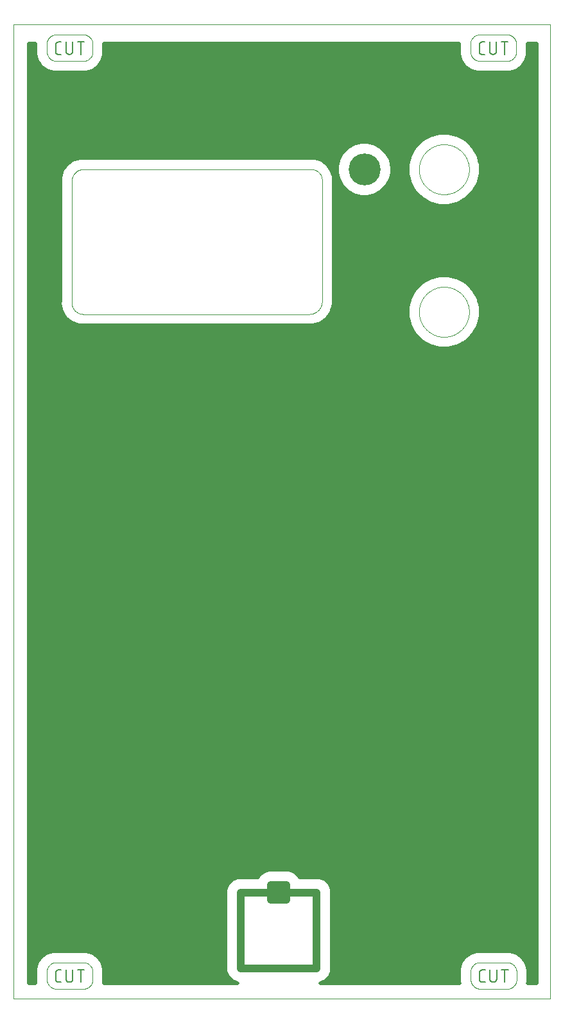
<source format=gtl>
G75*
%MOIN*%
%OFA0B0*%
%FSLAX25Y25*%
%IPPOS*%
%LPD*%
%AMOC8*
5,1,8,0,0,1.08239X$1,22.5*
%
%ADD10C,0.00000*%
%ADD11C,0.00600*%
%ADD12C,0.16598*%
%ADD13C,0.03937*%
%ADD14C,0.28409*%
%ADD15OC8,0.40220*%
%ADD16C,0.01969*%
D10*
X0003589Y0001000D02*
X0003589Y0507000D01*
X0282195Y0507000D01*
X0282195Y0001000D01*
X0003589Y0001000D01*
X0020912Y0011157D02*
X0020912Y0013205D01*
X0020912Y0015016D01*
X0020914Y0015153D01*
X0020920Y0015290D01*
X0020930Y0015427D01*
X0020943Y0015564D01*
X0020961Y0015700D01*
X0020982Y0015835D01*
X0021008Y0015970D01*
X0021037Y0016104D01*
X0021070Y0016237D01*
X0021107Y0016369D01*
X0021147Y0016500D01*
X0021191Y0016630D01*
X0021239Y0016759D01*
X0021291Y0016886D01*
X0021346Y0017011D01*
X0021405Y0017135D01*
X0021467Y0017257D01*
X0021533Y0017378D01*
X0021602Y0017496D01*
X0021674Y0017613D01*
X0021750Y0017727D01*
X0021829Y0017839D01*
X0021911Y0017949D01*
X0021997Y0018056D01*
X0022085Y0018161D01*
X0022176Y0018264D01*
X0022271Y0018363D01*
X0022368Y0018460D01*
X0022467Y0018555D01*
X0022570Y0018646D01*
X0022675Y0018734D01*
X0022782Y0018820D01*
X0022892Y0018902D01*
X0023004Y0018981D01*
X0023118Y0019057D01*
X0023235Y0019129D01*
X0023353Y0019198D01*
X0023474Y0019264D01*
X0023596Y0019326D01*
X0023720Y0019385D01*
X0023845Y0019440D01*
X0023972Y0019492D01*
X0024101Y0019540D01*
X0024231Y0019584D01*
X0024362Y0019624D01*
X0024494Y0019661D01*
X0024627Y0019694D01*
X0024761Y0019723D01*
X0024896Y0019749D01*
X0025031Y0019770D01*
X0025167Y0019788D01*
X0025304Y0019801D01*
X0025441Y0019811D01*
X0025578Y0019817D01*
X0025715Y0019819D01*
X0039809Y0019819D01*
X0039948Y0019817D01*
X0040087Y0019811D01*
X0040226Y0019801D01*
X0040364Y0019788D01*
X0040502Y0019770D01*
X0040640Y0019749D01*
X0040777Y0019724D01*
X0040913Y0019695D01*
X0041048Y0019662D01*
X0041182Y0019625D01*
X0041316Y0019585D01*
X0041448Y0019541D01*
X0041578Y0019493D01*
X0041707Y0019441D01*
X0041835Y0019386D01*
X0041961Y0019328D01*
X0042086Y0019266D01*
X0042209Y0019200D01*
X0042330Y0019131D01*
X0042448Y0019059D01*
X0042565Y0018983D01*
X0042680Y0018904D01*
X0042792Y0018822D01*
X0042902Y0018737D01*
X0043010Y0018648D01*
X0043115Y0018557D01*
X0043217Y0018463D01*
X0043317Y0018366D01*
X0043414Y0018266D01*
X0043508Y0018164D01*
X0043599Y0018059D01*
X0043688Y0017951D01*
X0043773Y0017841D01*
X0043855Y0017729D01*
X0043934Y0017614D01*
X0044010Y0017497D01*
X0044082Y0017379D01*
X0044151Y0017258D01*
X0044217Y0017135D01*
X0044279Y0017010D01*
X0044337Y0016884D01*
X0044392Y0016756D01*
X0044444Y0016627D01*
X0044492Y0016497D01*
X0044536Y0016365D01*
X0044576Y0016231D01*
X0044613Y0016097D01*
X0044646Y0015962D01*
X0044675Y0015826D01*
X0044700Y0015689D01*
X0044721Y0015551D01*
X0044739Y0015413D01*
X0044752Y0015275D01*
X0044762Y0015136D01*
X0044768Y0014997D01*
X0044770Y0014858D01*
X0044770Y0013165D01*
X0044770Y0011000D01*
X0044768Y0010861D01*
X0044762Y0010722D01*
X0044752Y0010583D01*
X0044739Y0010445D01*
X0044721Y0010307D01*
X0044700Y0010169D01*
X0044675Y0010032D01*
X0044646Y0009896D01*
X0044613Y0009761D01*
X0044576Y0009627D01*
X0044536Y0009493D01*
X0044492Y0009361D01*
X0044444Y0009231D01*
X0044392Y0009102D01*
X0044337Y0008974D01*
X0044279Y0008848D01*
X0044217Y0008723D01*
X0044151Y0008600D01*
X0044082Y0008479D01*
X0044010Y0008361D01*
X0043934Y0008244D01*
X0043855Y0008129D01*
X0043773Y0008017D01*
X0043688Y0007907D01*
X0043599Y0007799D01*
X0043508Y0007694D01*
X0043414Y0007592D01*
X0043317Y0007492D01*
X0043217Y0007395D01*
X0043115Y0007301D01*
X0043010Y0007210D01*
X0042902Y0007121D01*
X0042792Y0007036D01*
X0042680Y0006954D01*
X0042565Y0006875D01*
X0042448Y0006799D01*
X0042330Y0006727D01*
X0042209Y0006658D01*
X0042086Y0006592D01*
X0041961Y0006530D01*
X0041835Y0006472D01*
X0041707Y0006417D01*
X0041578Y0006365D01*
X0041448Y0006317D01*
X0041316Y0006273D01*
X0041182Y0006233D01*
X0041048Y0006196D01*
X0040913Y0006163D01*
X0040777Y0006134D01*
X0040640Y0006109D01*
X0040502Y0006088D01*
X0040364Y0006070D01*
X0040226Y0006057D01*
X0040087Y0006047D01*
X0039948Y0006041D01*
X0039809Y0006039D01*
X0026030Y0006039D01*
X0025889Y0006041D01*
X0025748Y0006047D01*
X0025607Y0006056D01*
X0025467Y0006070D01*
X0025327Y0006088D01*
X0025188Y0006109D01*
X0025049Y0006134D01*
X0024911Y0006163D01*
X0024774Y0006196D01*
X0024637Y0006232D01*
X0024502Y0006272D01*
X0024368Y0006316D01*
X0024235Y0006364D01*
X0024104Y0006415D01*
X0023974Y0006470D01*
X0023846Y0006529D01*
X0023719Y0006590D01*
X0023594Y0006656D01*
X0023471Y0006725D01*
X0023350Y0006797D01*
X0023231Y0006872D01*
X0023114Y0006951D01*
X0022999Y0007033D01*
X0022886Y0007118D01*
X0022776Y0007206D01*
X0022669Y0007297D01*
X0022564Y0007392D01*
X0022461Y0007489D01*
X0022362Y0007588D01*
X0022265Y0007691D01*
X0022170Y0007796D01*
X0022079Y0007903D01*
X0021991Y0008013D01*
X0021906Y0008126D01*
X0021824Y0008241D01*
X0021745Y0008358D01*
X0021670Y0008477D01*
X0021598Y0008598D01*
X0021529Y0008721D01*
X0021463Y0008846D01*
X0021402Y0008973D01*
X0021343Y0009101D01*
X0021288Y0009231D01*
X0021237Y0009362D01*
X0021189Y0009495D01*
X0021145Y0009629D01*
X0021105Y0009764D01*
X0021069Y0009901D01*
X0021036Y0010038D01*
X0021007Y0010176D01*
X0020982Y0010315D01*
X0020961Y0010454D01*
X0020943Y0010594D01*
X0020929Y0010734D01*
X0020920Y0010875D01*
X0020914Y0011016D01*
X0020912Y0011157D01*
X0039809Y0356512D02*
X0157132Y0356512D01*
X0157294Y0356514D01*
X0157455Y0356520D01*
X0157617Y0356530D01*
X0157778Y0356543D01*
X0157939Y0356561D01*
X0158099Y0356582D01*
X0158259Y0356608D01*
X0158418Y0356637D01*
X0158576Y0356670D01*
X0158734Y0356706D01*
X0158890Y0356747D01*
X0159046Y0356791D01*
X0159200Y0356840D01*
X0159353Y0356891D01*
X0159505Y0356947D01*
X0159656Y0357006D01*
X0159805Y0357069D01*
X0159952Y0357135D01*
X0160098Y0357205D01*
X0160242Y0357279D01*
X0160385Y0357356D01*
X0160525Y0357436D01*
X0160663Y0357520D01*
X0160800Y0357607D01*
X0160934Y0357697D01*
X0161066Y0357790D01*
X0161196Y0357887D01*
X0161323Y0357987D01*
X0161448Y0358089D01*
X0161570Y0358195D01*
X0161690Y0358304D01*
X0161807Y0358415D01*
X0161922Y0358530D01*
X0162033Y0358647D01*
X0162142Y0358767D01*
X0162248Y0358889D01*
X0162350Y0359014D01*
X0162450Y0359141D01*
X0162547Y0359271D01*
X0162640Y0359403D01*
X0162730Y0359537D01*
X0162817Y0359674D01*
X0162901Y0359812D01*
X0162981Y0359952D01*
X0163058Y0360095D01*
X0163132Y0360239D01*
X0163202Y0360385D01*
X0163268Y0360532D01*
X0163331Y0360681D01*
X0163390Y0360832D01*
X0163446Y0360984D01*
X0163497Y0361137D01*
X0163546Y0361291D01*
X0163590Y0361447D01*
X0163631Y0361603D01*
X0163667Y0361761D01*
X0163700Y0361919D01*
X0163729Y0362078D01*
X0163755Y0362238D01*
X0163776Y0362398D01*
X0163794Y0362559D01*
X0163807Y0362720D01*
X0163817Y0362882D01*
X0163823Y0363043D01*
X0163825Y0363205D01*
X0163825Y0424622D01*
X0163825Y0426197D01*
X0163823Y0426344D01*
X0163817Y0426490D01*
X0163807Y0426637D01*
X0163794Y0426783D01*
X0163776Y0426929D01*
X0163755Y0427074D01*
X0163730Y0427218D01*
X0163700Y0427362D01*
X0163668Y0427505D01*
X0163631Y0427647D01*
X0163590Y0427788D01*
X0163546Y0427928D01*
X0163498Y0428067D01*
X0163447Y0428204D01*
X0163391Y0428340D01*
X0163332Y0428475D01*
X0163270Y0428607D01*
X0163204Y0428739D01*
X0163135Y0428868D01*
X0163062Y0428995D01*
X0162986Y0429121D01*
X0162906Y0429244D01*
X0162823Y0429365D01*
X0162738Y0429484D01*
X0162648Y0429601D01*
X0162556Y0429715D01*
X0162461Y0429827D01*
X0162363Y0429936D01*
X0162262Y0430042D01*
X0162158Y0430146D01*
X0162052Y0430247D01*
X0161943Y0430345D01*
X0161831Y0430440D01*
X0161717Y0430532D01*
X0161600Y0430622D01*
X0161481Y0430707D01*
X0161360Y0430790D01*
X0161237Y0430870D01*
X0161111Y0430946D01*
X0160984Y0431019D01*
X0160855Y0431088D01*
X0160723Y0431154D01*
X0160591Y0431216D01*
X0160456Y0431275D01*
X0160320Y0431331D01*
X0160183Y0431382D01*
X0160044Y0431430D01*
X0159904Y0431474D01*
X0159763Y0431515D01*
X0159621Y0431552D01*
X0159478Y0431584D01*
X0159334Y0431614D01*
X0159190Y0431639D01*
X0159045Y0431660D01*
X0158899Y0431678D01*
X0158753Y0431691D01*
X0158606Y0431701D01*
X0158460Y0431707D01*
X0158313Y0431709D01*
X0039809Y0431709D01*
X0039657Y0431707D01*
X0039505Y0431701D01*
X0039353Y0431691D01*
X0039202Y0431678D01*
X0039051Y0431660D01*
X0038900Y0431639D01*
X0038750Y0431613D01*
X0038601Y0431584D01*
X0038452Y0431551D01*
X0038305Y0431514D01*
X0038158Y0431474D01*
X0038013Y0431429D01*
X0037869Y0431381D01*
X0037726Y0431329D01*
X0037584Y0431274D01*
X0037444Y0431215D01*
X0037305Y0431152D01*
X0037168Y0431086D01*
X0037033Y0431016D01*
X0036900Y0430943D01*
X0036769Y0430866D01*
X0036639Y0430786D01*
X0036512Y0430703D01*
X0036387Y0430617D01*
X0036264Y0430527D01*
X0036144Y0430434D01*
X0036026Y0430338D01*
X0035910Y0430239D01*
X0035797Y0430137D01*
X0035687Y0430033D01*
X0035579Y0429925D01*
X0035475Y0429815D01*
X0035373Y0429702D01*
X0035274Y0429586D01*
X0035178Y0429468D01*
X0035085Y0429348D01*
X0034995Y0429225D01*
X0034909Y0429100D01*
X0034826Y0428973D01*
X0034746Y0428843D01*
X0034669Y0428712D01*
X0034596Y0428579D01*
X0034526Y0428444D01*
X0034460Y0428307D01*
X0034397Y0428168D01*
X0034338Y0428028D01*
X0034283Y0427886D01*
X0034231Y0427743D01*
X0034183Y0427599D01*
X0034138Y0427454D01*
X0034098Y0427307D01*
X0034061Y0427160D01*
X0034028Y0427011D01*
X0033999Y0426862D01*
X0033973Y0426712D01*
X0033952Y0426561D01*
X0033934Y0426410D01*
X0033921Y0426259D01*
X0033911Y0426107D01*
X0033905Y0425955D01*
X0033903Y0425803D01*
X0033904Y0425803D02*
X0033904Y0425016D01*
X0033904Y0363205D01*
X0033903Y0363205D02*
X0033886Y0363053D01*
X0033873Y0362901D01*
X0033864Y0362748D01*
X0033858Y0362595D01*
X0033857Y0362442D01*
X0033860Y0362290D01*
X0033866Y0362137D01*
X0033876Y0361984D01*
X0033891Y0361832D01*
X0033909Y0361680D01*
X0033931Y0361529D01*
X0033957Y0361378D01*
X0033987Y0361228D01*
X0034020Y0361079D01*
X0034058Y0360931D01*
X0034099Y0360784D01*
X0034144Y0360637D01*
X0034193Y0360493D01*
X0034245Y0360349D01*
X0034302Y0360207D01*
X0034361Y0360066D01*
X0034425Y0359927D01*
X0034492Y0359789D01*
X0034562Y0359654D01*
X0034636Y0359520D01*
X0034714Y0359388D01*
X0034794Y0359258D01*
X0034878Y0359130D01*
X0034966Y0359005D01*
X0035056Y0358881D01*
X0035150Y0358760D01*
X0035246Y0358642D01*
X0035346Y0358526D01*
X0035449Y0358413D01*
X0035554Y0358302D01*
X0035662Y0358194D01*
X0035773Y0358089D01*
X0035887Y0357987D01*
X0036004Y0357887D01*
X0036122Y0357791D01*
X0036244Y0357698D01*
X0036367Y0357608D01*
X0036493Y0357521D01*
X0036621Y0357438D01*
X0036751Y0357357D01*
X0036884Y0357281D01*
X0037018Y0357207D01*
X0037154Y0357137D01*
X0037291Y0357071D01*
X0037431Y0357008D01*
X0037572Y0356949D01*
X0037714Y0356893D01*
X0037858Y0356841D01*
X0038003Y0356793D01*
X0038149Y0356748D01*
X0038297Y0356707D01*
X0038445Y0356670D01*
X0038594Y0356637D01*
X0038744Y0356608D01*
X0038895Y0356583D01*
X0039047Y0356561D01*
X0039198Y0356543D01*
X0039351Y0356530D01*
X0039503Y0356520D01*
X0039656Y0356514D01*
X0039809Y0356512D01*
X0039809Y0487929D02*
X0026030Y0487929D01*
X0025889Y0487931D01*
X0025748Y0487937D01*
X0025607Y0487946D01*
X0025467Y0487960D01*
X0025327Y0487978D01*
X0025188Y0487999D01*
X0025049Y0488024D01*
X0024911Y0488053D01*
X0024774Y0488086D01*
X0024637Y0488122D01*
X0024502Y0488162D01*
X0024368Y0488206D01*
X0024235Y0488254D01*
X0024104Y0488305D01*
X0023974Y0488360D01*
X0023846Y0488419D01*
X0023719Y0488480D01*
X0023594Y0488546D01*
X0023471Y0488615D01*
X0023350Y0488687D01*
X0023231Y0488762D01*
X0023114Y0488841D01*
X0022999Y0488923D01*
X0022886Y0489008D01*
X0022776Y0489096D01*
X0022669Y0489187D01*
X0022564Y0489282D01*
X0022461Y0489379D01*
X0022362Y0489478D01*
X0022265Y0489581D01*
X0022170Y0489686D01*
X0022079Y0489793D01*
X0021991Y0489903D01*
X0021906Y0490016D01*
X0021824Y0490131D01*
X0021745Y0490248D01*
X0021670Y0490367D01*
X0021598Y0490488D01*
X0021529Y0490611D01*
X0021463Y0490736D01*
X0021402Y0490863D01*
X0021343Y0490991D01*
X0021288Y0491121D01*
X0021237Y0491252D01*
X0021189Y0491385D01*
X0021145Y0491519D01*
X0021105Y0491654D01*
X0021069Y0491791D01*
X0021036Y0491928D01*
X0021007Y0492066D01*
X0020982Y0492205D01*
X0020961Y0492344D01*
X0020943Y0492484D01*
X0020929Y0492624D01*
X0020920Y0492765D01*
X0020914Y0492906D01*
X0020912Y0493047D01*
X0020912Y0495094D01*
X0020912Y0496906D01*
X0020914Y0497043D01*
X0020920Y0497180D01*
X0020930Y0497317D01*
X0020943Y0497454D01*
X0020961Y0497590D01*
X0020982Y0497725D01*
X0021008Y0497860D01*
X0021037Y0497994D01*
X0021070Y0498127D01*
X0021107Y0498259D01*
X0021147Y0498390D01*
X0021191Y0498520D01*
X0021239Y0498649D01*
X0021291Y0498776D01*
X0021346Y0498901D01*
X0021405Y0499025D01*
X0021467Y0499147D01*
X0021533Y0499268D01*
X0021602Y0499386D01*
X0021674Y0499503D01*
X0021750Y0499617D01*
X0021829Y0499729D01*
X0021911Y0499839D01*
X0021997Y0499946D01*
X0022085Y0500051D01*
X0022176Y0500154D01*
X0022271Y0500253D01*
X0022368Y0500350D01*
X0022467Y0500445D01*
X0022570Y0500536D01*
X0022675Y0500624D01*
X0022782Y0500710D01*
X0022892Y0500792D01*
X0023004Y0500871D01*
X0023118Y0500947D01*
X0023235Y0501019D01*
X0023353Y0501088D01*
X0023474Y0501154D01*
X0023596Y0501216D01*
X0023720Y0501275D01*
X0023845Y0501330D01*
X0023972Y0501382D01*
X0024101Y0501430D01*
X0024231Y0501474D01*
X0024362Y0501514D01*
X0024494Y0501551D01*
X0024627Y0501584D01*
X0024761Y0501613D01*
X0024896Y0501639D01*
X0025031Y0501660D01*
X0025167Y0501678D01*
X0025304Y0501691D01*
X0025441Y0501701D01*
X0025578Y0501707D01*
X0025715Y0501709D01*
X0039809Y0501709D01*
X0039948Y0501707D01*
X0040087Y0501701D01*
X0040226Y0501691D01*
X0040364Y0501678D01*
X0040502Y0501660D01*
X0040640Y0501639D01*
X0040777Y0501614D01*
X0040913Y0501585D01*
X0041048Y0501552D01*
X0041182Y0501515D01*
X0041316Y0501475D01*
X0041448Y0501431D01*
X0041578Y0501383D01*
X0041707Y0501331D01*
X0041835Y0501276D01*
X0041961Y0501218D01*
X0042086Y0501156D01*
X0042209Y0501090D01*
X0042330Y0501021D01*
X0042448Y0500949D01*
X0042565Y0500873D01*
X0042680Y0500794D01*
X0042792Y0500712D01*
X0042902Y0500627D01*
X0043010Y0500538D01*
X0043115Y0500447D01*
X0043217Y0500353D01*
X0043317Y0500256D01*
X0043414Y0500156D01*
X0043508Y0500054D01*
X0043599Y0499949D01*
X0043688Y0499841D01*
X0043773Y0499731D01*
X0043855Y0499619D01*
X0043934Y0499504D01*
X0044010Y0499387D01*
X0044082Y0499269D01*
X0044151Y0499148D01*
X0044217Y0499025D01*
X0044279Y0498900D01*
X0044337Y0498774D01*
X0044392Y0498646D01*
X0044444Y0498517D01*
X0044492Y0498387D01*
X0044536Y0498255D01*
X0044576Y0498121D01*
X0044613Y0497987D01*
X0044646Y0497852D01*
X0044675Y0497716D01*
X0044700Y0497579D01*
X0044721Y0497441D01*
X0044739Y0497303D01*
X0044752Y0497165D01*
X0044762Y0497026D01*
X0044768Y0496887D01*
X0044770Y0496748D01*
X0044770Y0495055D01*
X0044770Y0492890D01*
X0044768Y0492751D01*
X0044762Y0492612D01*
X0044752Y0492473D01*
X0044739Y0492335D01*
X0044721Y0492197D01*
X0044700Y0492059D01*
X0044675Y0491922D01*
X0044646Y0491786D01*
X0044613Y0491651D01*
X0044576Y0491517D01*
X0044536Y0491383D01*
X0044492Y0491251D01*
X0044444Y0491121D01*
X0044392Y0490992D01*
X0044337Y0490864D01*
X0044279Y0490738D01*
X0044217Y0490613D01*
X0044151Y0490490D01*
X0044082Y0490369D01*
X0044010Y0490251D01*
X0043934Y0490134D01*
X0043855Y0490019D01*
X0043773Y0489907D01*
X0043688Y0489797D01*
X0043599Y0489689D01*
X0043508Y0489584D01*
X0043414Y0489482D01*
X0043317Y0489382D01*
X0043217Y0489285D01*
X0043115Y0489191D01*
X0043010Y0489100D01*
X0042902Y0489011D01*
X0042792Y0488926D01*
X0042680Y0488844D01*
X0042565Y0488765D01*
X0042448Y0488689D01*
X0042330Y0488617D01*
X0042209Y0488548D01*
X0042086Y0488482D01*
X0041961Y0488420D01*
X0041835Y0488362D01*
X0041707Y0488307D01*
X0041578Y0488255D01*
X0041448Y0488207D01*
X0041316Y0488163D01*
X0041182Y0488123D01*
X0041048Y0488086D01*
X0040913Y0488053D01*
X0040777Y0488024D01*
X0040640Y0487999D01*
X0040502Y0487978D01*
X0040364Y0487960D01*
X0040226Y0487947D01*
X0040087Y0487937D01*
X0039948Y0487931D01*
X0039809Y0487929D01*
X0214219Y0431709D02*
X0214223Y0432028D01*
X0214235Y0432346D01*
X0214254Y0432665D01*
X0214282Y0432982D01*
X0214317Y0433299D01*
X0214360Y0433615D01*
X0214410Y0433930D01*
X0214469Y0434244D01*
X0214535Y0434556D01*
X0214608Y0434866D01*
X0214690Y0435174D01*
X0214778Y0435480D01*
X0214875Y0435784D01*
X0214978Y0436086D01*
X0215090Y0436385D01*
X0215208Y0436681D01*
X0215334Y0436974D01*
X0215466Y0437264D01*
X0215606Y0437550D01*
X0215753Y0437833D01*
X0215907Y0438113D01*
X0216067Y0438388D01*
X0216235Y0438660D01*
X0216409Y0438927D01*
X0216589Y0439190D01*
X0216776Y0439448D01*
X0216969Y0439702D01*
X0217168Y0439951D01*
X0217373Y0440195D01*
X0217585Y0440434D01*
X0217802Y0440668D01*
X0218024Y0440896D01*
X0218252Y0441118D01*
X0218486Y0441335D01*
X0218725Y0441547D01*
X0218969Y0441752D01*
X0219218Y0441951D01*
X0219472Y0442144D01*
X0219730Y0442331D01*
X0219993Y0442511D01*
X0220260Y0442685D01*
X0220532Y0442853D01*
X0220807Y0443013D01*
X0221087Y0443167D01*
X0221370Y0443314D01*
X0221656Y0443454D01*
X0221946Y0443586D01*
X0222239Y0443712D01*
X0222535Y0443830D01*
X0222834Y0443942D01*
X0223136Y0444045D01*
X0223440Y0444142D01*
X0223746Y0444230D01*
X0224054Y0444312D01*
X0224364Y0444385D01*
X0224676Y0444451D01*
X0224990Y0444510D01*
X0225305Y0444560D01*
X0225621Y0444603D01*
X0225938Y0444638D01*
X0226255Y0444666D01*
X0226574Y0444685D01*
X0226892Y0444697D01*
X0227211Y0444701D01*
X0227530Y0444697D01*
X0227848Y0444685D01*
X0228167Y0444666D01*
X0228484Y0444638D01*
X0228801Y0444603D01*
X0229117Y0444560D01*
X0229432Y0444510D01*
X0229746Y0444451D01*
X0230058Y0444385D01*
X0230368Y0444312D01*
X0230676Y0444230D01*
X0230982Y0444142D01*
X0231286Y0444045D01*
X0231588Y0443942D01*
X0231887Y0443830D01*
X0232183Y0443712D01*
X0232476Y0443586D01*
X0232766Y0443454D01*
X0233052Y0443314D01*
X0233335Y0443167D01*
X0233615Y0443013D01*
X0233890Y0442853D01*
X0234162Y0442685D01*
X0234429Y0442511D01*
X0234692Y0442331D01*
X0234950Y0442144D01*
X0235204Y0441951D01*
X0235453Y0441752D01*
X0235697Y0441547D01*
X0235936Y0441335D01*
X0236170Y0441118D01*
X0236398Y0440896D01*
X0236620Y0440668D01*
X0236837Y0440434D01*
X0237049Y0440195D01*
X0237254Y0439951D01*
X0237453Y0439702D01*
X0237646Y0439448D01*
X0237833Y0439190D01*
X0238013Y0438927D01*
X0238187Y0438660D01*
X0238355Y0438388D01*
X0238515Y0438113D01*
X0238669Y0437833D01*
X0238816Y0437550D01*
X0238956Y0437264D01*
X0239088Y0436974D01*
X0239214Y0436681D01*
X0239332Y0436385D01*
X0239444Y0436086D01*
X0239547Y0435784D01*
X0239644Y0435480D01*
X0239732Y0435174D01*
X0239814Y0434866D01*
X0239887Y0434556D01*
X0239953Y0434244D01*
X0240012Y0433930D01*
X0240062Y0433615D01*
X0240105Y0433299D01*
X0240140Y0432982D01*
X0240168Y0432665D01*
X0240187Y0432346D01*
X0240199Y0432028D01*
X0240203Y0431709D01*
X0240199Y0431390D01*
X0240187Y0431072D01*
X0240168Y0430753D01*
X0240140Y0430436D01*
X0240105Y0430119D01*
X0240062Y0429803D01*
X0240012Y0429488D01*
X0239953Y0429174D01*
X0239887Y0428862D01*
X0239814Y0428552D01*
X0239732Y0428244D01*
X0239644Y0427938D01*
X0239547Y0427634D01*
X0239444Y0427332D01*
X0239332Y0427033D01*
X0239214Y0426737D01*
X0239088Y0426444D01*
X0238956Y0426154D01*
X0238816Y0425868D01*
X0238669Y0425585D01*
X0238515Y0425305D01*
X0238355Y0425030D01*
X0238187Y0424758D01*
X0238013Y0424491D01*
X0237833Y0424228D01*
X0237646Y0423970D01*
X0237453Y0423716D01*
X0237254Y0423467D01*
X0237049Y0423223D01*
X0236837Y0422984D01*
X0236620Y0422750D01*
X0236398Y0422522D01*
X0236170Y0422300D01*
X0235936Y0422083D01*
X0235697Y0421871D01*
X0235453Y0421666D01*
X0235204Y0421467D01*
X0234950Y0421274D01*
X0234692Y0421087D01*
X0234429Y0420907D01*
X0234162Y0420733D01*
X0233890Y0420565D01*
X0233615Y0420405D01*
X0233335Y0420251D01*
X0233052Y0420104D01*
X0232766Y0419964D01*
X0232476Y0419832D01*
X0232183Y0419706D01*
X0231887Y0419588D01*
X0231588Y0419476D01*
X0231286Y0419373D01*
X0230982Y0419276D01*
X0230676Y0419188D01*
X0230368Y0419106D01*
X0230058Y0419033D01*
X0229746Y0418967D01*
X0229432Y0418908D01*
X0229117Y0418858D01*
X0228801Y0418815D01*
X0228484Y0418780D01*
X0228167Y0418752D01*
X0227848Y0418733D01*
X0227530Y0418721D01*
X0227211Y0418717D01*
X0226892Y0418721D01*
X0226574Y0418733D01*
X0226255Y0418752D01*
X0225938Y0418780D01*
X0225621Y0418815D01*
X0225305Y0418858D01*
X0224990Y0418908D01*
X0224676Y0418967D01*
X0224364Y0419033D01*
X0224054Y0419106D01*
X0223746Y0419188D01*
X0223440Y0419276D01*
X0223136Y0419373D01*
X0222834Y0419476D01*
X0222535Y0419588D01*
X0222239Y0419706D01*
X0221946Y0419832D01*
X0221656Y0419964D01*
X0221370Y0420104D01*
X0221087Y0420251D01*
X0220807Y0420405D01*
X0220532Y0420565D01*
X0220260Y0420733D01*
X0219993Y0420907D01*
X0219730Y0421087D01*
X0219472Y0421274D01*
X0219218Y0421467D01*
X0218969Y0421666D01*
X0218725Y0421871D01*
X0218486Y0422083D01*
X0218252Y0422300D01*
X0218024Y0422522D01*
X0217802Y0422750D01*
X0217585Y0422984D01*
X0217373Y0423223D01*
X0217168Y0423467D01*
X0216969Y0423716D01*
X0216776Y0423970D01*
X0216589Y0424228D01*
X0216409Y0424491D01*
X0216235Y0424758D01*
X0216067Y0425030D01*
X0215907Y0425305D01*
X0215753Y0425585D01*
X0215606Y0425868D01*
X0215466Y0426154D01*
X0215334Y0426444D01*
X0215208Y0426737D01*
X0215090Y0427033D01*
X0214978Y0427332D01*
X0214875Y0427634D01*
X0214778Y0427938D01*
X0214690Y0428244D01*
X0214608Y0428552D01*
X0214535Y0428862D01*
X0214469Y0429174D01*
X0214410Y0429488D01*
X0214360Y0429803D01*
X0214317Y0430119D01*
X0214282Y0430436D01*
X0214254Y0430753D01*
X0214235Y0431072D01*
X0214223Y0431390D01*
X0214219Y0431709D01*
X0245991Y0487929D02*
X0259770Y0487929D01*
X0259909Y0487931D01*
X0260048Y0487937D01*
X0260187Y0487947D01*
X0260325Y0487960D01*
X0260463Y0487978D01*
X0260601Y0487999D01*
X0260738Y0488024D01*
X0260874Y0488053D01*
X0261009Y0488086D01*
X0261143Y0488123D01*
X0261277Y0488163D01*
X0261409Y0488207D01*
X0261539Y0488255D01*
X0261668Y0488307D01*
X0261796Y0488362D01*
X0261922Y0488420D01*
X0262047Y0488482D01*
X0262170Y0488548D01*
X0262291Y0488617D01*
X0262409Y0488689D01*
X0262526Y0488765D01*
X0262641Y0488844D01*
X0262753Y0488926D01*
X0262863Y0489011D01*
X0262971Y0489100D01*
X0263076Y0489191D01*
X0263178Y0489285D01*
X0263278Y0489382D01*
X0263375Y0489482D01*
X0263469Y0489584D01*
X0263560Y0489689D01*
X0263649Y0489797D01*
X0263734Y0489907D01*
X0263816Y0490019D01*
X0263895Y0490134D01*
X0263971Y0490251D01*
X0264043Y0490369D01*
X0264112Y0490490D01*
X0264178Y0490613D01*
X0264240Y0490738D01*
X0264298Y0490864D01*
X0264353Y0490992D01*
X0264405Y0491121D01*
X0264453Y0491251D01*
X0264497Y0491383D01*
X0264537Y0491517D01*
X0264574Y0491651D01*
X0264607Y0491786D01*
X0264636Y0491922D01*
X0264661Y0492059D01*
X0264682Y0492197D01*
X0264700Y0492335D01*
X0264713Y0492473D01*
X0264723Y0492612D01*
X0264729Y0492751D01*
X0264731Y0492890D01*
X0264731Y0495055D01*
X0264731Y0496748D01*
X0264729Y0496887D01*
X0264723Y0497026D01*
X0264713Y0497165D01*
X0264700Y0497303D01*
X0264682Y0497441D01*
X0264661Y0497579D01*
X0264636Y0497716D01*
X0264607Y0497852D01*
X0264574Y0497987D01*
X0264537Y0498121D01*
X0264497Y0498255D01*
X0264453Y0498387D01*
X0264405Y0498517D01*
X0264353Y0498646D01*
X0264298Y0498774D01*
X0264240Y0498900D01*
X0264178Y0499025D01*
X0264112Y0499148D01*
X0264043Y0499269D01*
X0263971Y0499387D01*
X0263895Y0499504D01*
X0263816Y0499619D01*
X0263734Y0499731D01*
X0263649Y0499841D01*
X0263560Y0499949D01*
X0263469Y0500054D01*
X0263375Y0500156D01*
X0263278Y0500256D01*
X0263178Y0500353D01*
X0263076Y0500447D01*
X0262971Y0500538D01*
X0262863Y0500627D01*
X0262753Y0500712D01*
X0262641Y0500794D01*
X0262526Y0500873D01*
X0262409Y0500949D01*
X0262291Y0501021D01*
X0262170Y0501090D01*
X0262047Y0501156D01*
X0261922Y0501218D01*
X0261796Y0501276D01*
X0261668Y0501331D01*
X0261539Y0501383D01*
X0261409Y0501431D01*
X0261277Y0501475D01*
X0261143Y0501515D01*
X0261009Y0501552D01*
X0260874Y0501585D01*
X0260738Y0501614D01*
X0260601Y0501639D01*
X0260463Y0501660D01*
X0260325Y0501678D01*
X0260187Y0501691D01*
X0260048Y0501701D01*
X0259909Y0501707D01*
X0259770Y0501709D01*
X0245676Y0501709D01*
X0245539Y0501707D01*
X0245402Y0501701D01*
X0245265Y0501691D01*
X0245128Y0501678D01*
X0244992Y0501660D01*
X0244857Y0501639D01*
X0244722Y0501613D01*
X0244588Y0501584D01*
X0244455Y0501551D01*
X0244323Y0501514D01*
X0244192Y0501474D01*
X0244062Y0501430D01*
X0243933Y0501382D01*
X0243806Y0501330D01*
X0243681Y0501275D01*
X0243557Y0501216D01*
X0243435Y0501154D01*
X0243314Y0501088D01*
X0243196Y0501019D01*
X0243079Y0500947D01*
X0242965Y0500871D01*
X0242853Y0500792D01*
X0242743Y0500710D01*
X0242636Y0500624D01*
X0242531Y0500536D01*
X0242428Y0500445D01*
X0242329Y0500350D01*
X0242232Y0500253D01*
X0242137Y0500154D01*
X0242046Y0500051D01*
X0241958Y0499946D01*
X0241872Y0499839D01*
X0241790Y0499729D01*
X0241711Y0499617D01*
X0241635Y0499503D01*
X0241563Y0499386D01*
X0241494Y0499268D01*
X0241428Y0499147D01*
X0241366Y0499025D01*
X0241307Y0498901D01*
X0241252Y0498776D01*
X0241200Y0498649D01*
X0241152Y0498520D01*
X0241108Y0498390D01*
X0241068Y0498259D01*
X0241031Y0498127D01*
X0240998Y0497994D01*
X0240969Y0497860D01*
X0240943Y0497725D01*
X0240922Y0497590D01*
X0240904Y0497454D01*
X0240891Y0497317D01*
X0240881Y0497180D01*
X0240875Y0497043D01*
X0240873Y0496906D01*
X0240872Y0496906D02*
X0240872Y0495094D01*
X0240872Y0493047D01*
X0240873Y0493047D02*
X0240875Y0492906D01*
X0240881Y0492765D01*
X0240890Y0492624D01*
X0240904Y0492484D01*
X0240922Y0492344D01*
X0240943Y0492205D01*
X0240968Y0492066D01*
X0240997Y0491928D01*
X0241030Y0491791D01*
X0241066Y0491654D01*
X0241106Y0491519D01*
X0241150Y0491385D01*
X0241198Y0491252D01*
X0241249Y0491121D01*
X0241304Y0490991D01*
X0241363Y0490863D01*
X0241424Y0490736D01*
X0241490Y0490611D01*
X0241559Y0490488D01*
X0241631Y0490367D01*
X0241706Y0490248D01*
X0241785Y0490131D01*
X0241867Y0490016D01*
X0241952Y0489903D01*
X0242040Y0489793D01*
X0242131Y0489686D01*
X0242226Y0489581D01*
X0242323Y0489478D01*
X0242422Y0489379D01*
X0242525Y0489282D01*
X0242630Y0489187D01*
X0242737Y0489096D01*
X0242847Y0489008D01*
X0242960Y0488923D01*
X0243075Y0488841D01*
X0243192Y0488762D01*
X0243311Y0488687D01*
X0243432Y0488615D01*
X0243555Y0488546D01*
X0243680Y0488480D01*
X0243807Y0488419D01*
X0243935Y0488360D01*
X0244065Y0488305D01*
X0244196Y0488254D01*
X0244329Y0488206D01*
X0244463Y0488162D01*
X0244598Y0488122D01*
X0244735Y0488086D01*
X0244872Y0488053D01*
X0245010Y0488024D01*
X0245149Y0487999D01*
X0245288Y0487978D01*
X0245428Y0487960D01*
X0245568Y0487946D01*
X0245709Y0487937D01*
X0245850Y0487931D01*
X0245991Y0487929D01*
X0214219Y0357693D02*
X0214223Y0358012D01*
X0214235Y0358330D01*
X0214254Y0358649D01*
X0214282Y0358966D01*
X0214317Y0359283D01*
X0214360Y0359599D01*
X0214410Y0359914D01*
X0214469Y0360228D01*
X0214535Y0360540D01*
X0214608Y0360850D01*
X0214690Y0361158D01*
X0214778Y0361464D01*
X0214875Y0361768D01*
X0214978Y0362070D01*
X0215090Y0362369D01*
X0215208Y0362665D01*
X0215334Y0362958D01*
X0215466Y0363248D01*
X0215606Y0363534D01*
X0215753Y0363817D01*
X0215907Y0364097D01*
X0216067Y0364372D01*
X0216235Y0364644D01*
X0216409Y0364911D01*
X0216589Y0365174D01*
X0216776Y0365432D01*
X0216969Y0365686D01*
X0217168Y0365935D01*
X0217373Y0366179D01*
X0217585Y0366418D01*
X0217802Y0366652D01*
X0218024Y0366880D01*
X0218252Y0367102D01*
X0218486Y0367319D01*
X0218725Y0367531D01*
X0218969Y0367736D01*
X0219218Y0367935D01*
X0219472Y0368128D01*
X0219730Y0368315D01*
X0219993Y0368495D01*
X0220260Y0368669D01*
X0220532Y0368837D01*
X0220807Y0368997D01*
X0221087Y0369151D01*
X0221370Y0369298D01*
X0221656Y0369438D01*
X0221946Y0369570D01*
X0222239Y0369696D01*
X0222535Y0369814D01*
X0222834Y0369926D01*
X0223136Y0370029D01*
X0223440Y0370126D01*
X0223746Y0370214D01*
X0224054Y0370296D01*
X0224364Y0370369D01*
X0224676Y0370435D01*
X0224990Y0370494D01*
X0225305Y0370544D01*
X0225621Y0370587D01*
X0225938Y0370622D01*
X0226255Y0370650D01*
X0226574Y0370669D01*
X0226892Y0370681D01*
X0227211Y0370685D01*
X0227530Y0370681D01*
X0227848Y0370669D01*
X0228167Y0370650D01*
X0228484Y0370622D01*
X0228801Y0370587D01*
X0229117Y0370544D01*
X0229432Y0370494D01*
X0229746Y0370435D01*
X0230058Y0370369D01*
X0230368Y0370296D01*
X0230676Y0370214D01*
X0230982Y0370126D01*
X0231286Y0370029D01*
X0231588Y0369926D01*
X0231887Y0369814D01*
X0232183Y0369696D01*
X0232476Y0369570D01*
X0232766Y0369438D01*
X0233052Y0369298D01*
X0233335Y0369151D01*
X0233615Y0368997D01*
X0233890Y0368837D01*
X0234162Y0368669D01*
X0234429Y0368495D01*
X0234692Y0368315D01*
X0234950Y0368128D01*
X0235204Y0367935D01*
X0235453Y0367736D01*
X0235697Y0367531D01*
X0235936Y0367319D01*
X0236170Y0367102D01*
X0236398Y0366880D01*
X0236620Y0366652D01*
X0236837Y0366418D01*
X0237049Y0366179D01*
X0237254Y0365935D01*
X0237453Y0365686D01*
X0237646Y0365432D01*
X0237833Y0365174D01*
X0238013Y0364911D01*
X0238187Y0364644D01*
X0238355Y0364372D01*
X0238515Y0364097D01*
X0238669Y0363817D01*
X0238816Y0363534D01*
X0238956Y0363248D01*
X0239088Y0362958D01*
X0239214Y0362665D01*
X0239332Y0362369D01*
X0239444Y0362070D01*
X0239547Y0361768D01*
X0239644Y0361464D01*
X0239732Y0361158D01*
X0239814Y0360850D01*
X0239887Y0360540D01*
X0239953Y0360228D01*
X0240012Y0359914D01*
X0240062Y0359599D01*
X0240105Y0359283D01*
X0240140Y0358966D01*
X0240168Y0358649D01*
X0240187Y0358330D01*
X0240199Y0358012D01*
X0240203Y0357693D01*
X0240199Y0357374D01*
X0240187Y0357056D01*
X0240168Y0356737D01*
X0240140Y0356420D01*
X0240105Y0356103D01*
X0240062Y0355787D01*
X0240012Y0355472D01*
X0239953Y0355158D01*
X0239887Y0354846D01*
X0239814Y0354536D01*
X0239732Y0354228D01*
X0239644Y0353922D01*
X0239547Y0353618D01*
X0239444Y0353316D01*
X0239332Y0353017D01*
X0239214Y0352721D01*
X0239088Y0352428D01*
X0238956Y0352138D01*
X0238816Y0351852D01*
X0238669Y0351569D01*
X0238515Y0351289D01*
X0238355Y0351014D01*
X0238187Y0350742D01*
X0238013Y0350475D01*
X0237833Y0350212D01*
X0237646Y0349954D01*
X0237453Y0349700D01*
X0237254Y0349451D01*
X0237049Y0349207D01*
X0236837Y0348968D01*
X0236620Y0348734D01*
X0236398Y0348506D01*
X0236170Y0348284D01*
X0235936Y0348067D01*
X0235697Y0347855D01*
X0235453Y0347650D01*
X0235204Y0347451D01*
X0234950Y0347258D01*
X0234692Y0347071D01*
X0234429Y0346891D01*
X0234162Y0346717D01*
X0233890Y0346549D01*
X0233615Y0346389D01*
X0233335Y0346235D01*
X0233052Y0346088D01*
X0232766Y0345948D01*
X0232476Y0345816D01*
X0232183Y0345690D01*
X0231887Y0345572D01*
X0231588Y0345460D01*
X0231286Y0345357D01*
X0230982Y0345260D01*
X0230676Y0345172D01*
X0230368Y0345090D01*
X0230058Y0345017D01*
X0229746Y0344951D01*
X0229432Y0344892D01*
X0229117Y0344842D01*
X0228801Y0344799D01*
X0228484Y0344764D01*
X0228167Y0344736D01*
X0227848Y0344717D01*
X0227530Y0344705D01*
X0227211Y0344701D01*
X0226892Y0344705D01*
X0226574Y0344717D01*
X0226255Y0344736D01*
X0225938Y0344764D01*
X0225621Y0344799D01*
X0225305Y0344842D01*
X0224990Y0344892D01*
X0224676Y0344951D01*
X0224364Y0345017D01*
X0224054Y0345090D01*
X0223746Y0345172D01*
X0223440Y0345260D01*
X0223136Y0345357D01*
X0222834Y0345460D01*
X0222535Y0345572D01*
X0222239Y0345690D01*
X0221946Y0345816D01*
X0221656Y0345948D01*
X0221370Y0346088D01*
X0221087Y0346235D01*
X0220807Y0346389D01*
X0220532Y0346549D01*
X0220260Y0346717D01*
X0219993Y0346891D01*
X0219730Y0347071D01*
X0219472Y0347258D01*
X0219218Y0347451D01*
X0218969Y0347650D01*
X0218725Y0347855D01*
X0218486Y0348067D01*
X0218252Y0348284D01*
X0218024Y0348506D01*
X0217802Y0348734D01*
X0217585Y0348968D01*
X0217373Y0349207D01*
X0217168Y0349451D01*
X0216969Y0349700D01*
X0216776Y0349954D01*
X0216589Y0350212D01*
X0216409Y0350475D01*
X0216235Y0350742D01*
X0216067Y0351014D01*
X0215907Y0351289D01*
X0215753Y0351569D01*
X0215606Y0351852D01*
X0215466Y0352138D01*
X0215334Y0352428D01*
X0215208Y0352721D01*
X0215090Y0353017D01*
X0214978Y0353316D01*
X0214875Y0353618D01*
X0214778Y0353922D01*
X0214690Y0354228D01*
X0214608Y0354536D01*
X0214535Y0354846D01*
X0214469Y0355158D01*
X0214410Y0355472D01*
X0214360Y0355787D01*
X0214317Y0356103D01*
X0214282Y0356420D01*
X0214254Y0356737D01*
X0214235Y0357056D01*
X0214223Y0357374D01*
X0214219Y0357693D01*
X0245794Y0019819D02*
X0259888Y0019819D01*
X0260027Y0019817D01*
X0260166Y0019811D01*
X0260305Y0019801D01*
X0260443Y0019788D01*
X0260581Y0019770D01*
X0260719Y0019749D01*
X0260856Y0019724D01*
X0260992Y0019695D01*
X0261127Y0019662D01*
X0261261Y0019625D01*
X0261395Y0019585D01*
X0261527Y0019541D01*
X0261657Y0019493D01*
X0261786Y0019441D01*
X0261914Y0019386D01*
X0262040Y0019328D01*
X0262165Y0019266D01*
X0262288Y0019200D01*
X0262409Y0019131D01*
X0262527Y0019059D01*
X0262644Y0018983D01*
X0262759Y0018904D01*
X0262871Y0018822D01*
X0262981Y0018737D01*
X0263089Y0018648D01*
X0263194Y0018557D01*
X0263296Y0018463D01*
X0263396Y0018366D01*
X0263493Y0018266D01*
X0263587Y0018164D01*
X0263678Y0018059D01*
X0263767Y0017951D01*
X0263852Y0017841D01*
X0263934Y0017729D01*
X0264013Y0017614D01*
X0264089Y0017497D01*
X0264161Y0017379D01*
X0264230Y0017258D01*
X0264296Y0017135D01*
X0264358Y0017010D01*
X0264416Y0016884D01*
X0264471Y0016756D01*
X0264523Y0016627D01*
X0264571Y0016497D01*
X0264615Y0016365D01*
X0264655Y0016231D01*
X0264692Y0016097D01*
X0264725Y0015962D01*
X0264754Y0015826D01*
X0264779Y0015689D01*
X0264800Y0015551D01*
X0264818Y0015413D01*
X0264831Y0015275D01*
X0264841Y0015136D01*
X0264847Y0014997D01*
X0264849Y0014858D01*
X0264849Y0013165D01*
X0264849Y0011000D01*
X0264847Y0010861D01*
X0264841Y0010722D01*
X0264831Y0010583D01*
X0264818Y0010445D01*
X0264800Y0010307D01*
X0264779Y0010169D01*
X0264754Y0010032D01*
X0264725Y0009896D01*
X0264692Y0009761D01*
X0264655Y0009627D01*
X0264615Y0009493D01*
X0264571Y0009361D01*
X0264523Y0009231D01*
X0264471Y0009102D01*
X0264416Y0008974D01*
X0264358Y0008848D01*
X0264296Y0008723D01*
X0264230Y0008600D01*
X0264161Y0008479D01*
X0264089Y0008361D01*
X0264013Y0008244D01*
X0263934Y0008129D01*
X0263852Y0008017D01*
X0263767Y0007907D01*
X0263678Y0007799D01*
X0263587Y0007694D01*
X0263493Y0007592D01*
X0263396Y0007492D01*
X0263296Y0007395D01*
X0263194Y0007301D01*
X0263089Y0007210D01*
X0262981Y0007121D01*
X0262871Y0007036D01*
X0262759Y0006954D01*
X0262644Y0006875D01*
X0262527Y0006799D01*
X0262409Y0006727D01*
X0262288Y0006658D01*
X0262165Y0006592D01*
X0262040Y0006530D01*
X0261914Y0006472D01*
X0261786Y0006417D01*
X0261657Y0006365D01*
X0261527Y0006317D01*
X0261395Y0006273D01*
X0261261Y0006233D01*
X0261127Y0006196D01*
X0260992Y0006163D01*
X0260856Y0006134D01*
X0260719Y0006109D01*
X0260581Y0006088D01*
X0260443Y0006070D01*
X0260305Y0006057D01*
X0260166Y0006047D01*
X0260027Y0006041D01*
X0259888Y0006039D01*
X0246109Y0006039D01*
X0245968Y0006041D01*
X0245827Y0006047D01*
X0245686Y0006056D01*
X0245546Y0006070D01*
X0245406Y0006088D01*
X0245267Y0006109D01*
X0245128Y0006134D01*
X0244990Y0006163D01*
X0244853Y0006196D01*
X0244716Y0006232D01*
X0244581Y0006272D01*
X0244447Y0006316D01*
X0244314Y0006364D01*
X0244183Y0006415D01*
X0244053Y0006470D01*
X0243925Y0006529D01*
X0243798Y0006590D01*
X0243673Y0006656D01*
X0243550Y0006725D01*
X0243429Y0006797D01*
X0243310Y0006872D01*
X0243193Y0006951D01*
X0243078Y0007033D01*
X0242965Y0007118D01*
X0242855Y0007206D01*
X0242748Y0007297D01*
X0242643Y0007392D01*
X0242540Y0007489D01*
X0242441Y0007588D01*
X0242344Y0007691D01*
X0242249Y0007796D01*
X0242158Y0007903D01*
X0242070Y0008013D01*
X0241985Y0008126D01*
X0241903Y0008241D01*
X0241824Y0008358D01*
X0241749Y0008477D01*
X0241677Y0008598D01*
X0241608Y0008721D01*
X0241542Y0008846D01*
X0241481Y0008973D01*
X0241422Y0009101D01*
X0241367Y0009231D01*
X0241316Y0009362D01*
X0241268Y0009495D01*
X0241224Y0009629D01*
X0241184Y0009764D01*
X0241148Y0009901D01*
X0241115Y0010038D01*
X0241086Y0010176D01*
X0241061Y0010315D01*
X0241040Y0010454D01*
X0241022Y0010594D01*
X0241008Y0010734D01*
X0240999Y0010875D01*
X0240993Y0011016D01*
X0240991Y0011157D01*
X0240991Y0013205D01*
X0240991Y0015016D01*
X0240993Y0015153D01*
X0240999Y0015290D01*
X0241009Y0015427D01*
X0241022Y0015564D01*
X0241040Y0015700D01*
X0241061Y0015835D01*
X0241087Y0015970D01*
X0241116Y0016104D01*
X0241149Y0016237D01*
X0241186Y0016369D01*
X0241226Y0016500D01*
X0241270Y0016630D01*
X0241318Y0016759D01*
X0241370Y0016886D01*
X0241425Y0017011D01*
X0241484Y0017135D01*
X0241546Y0017257D01*
X0241612Y0017378D01*
X0241681Y0017496D01*
X0241753Y0017613D01*
X0241829Y0017727D01*
X0241908Y0017839D01*
X0241990Y0017949D01*
X0242076Y0018056D01*
X0242164Y0018161D01*
X0242255Y0018264D01*
X0242350Y0018363D01*
X0242447Y0018460D01*
X0242546Y0018555D01*
X0242649Y0018646D01*
X0242754Y0018734D01*
X0242861Y0018820D01*
X0242971Y0018902D01*
X0243083Y0018981D01*
X0243197Y0019057D01*
X0243314Y0019129D01*
X0243432Y0019198D01*
X0243553Y0019264D01*
X0243675Y0019326D01*
X0243799Y0019385D01*
X0243924Y0019440D01*
X0244051Y0019492D01*
X0244180Y0019540D01*
X0244310Y0019584D01*
X0244441Y0019624D01*
X0244573Y0019661D01*
X0244706Y0019694D01*
X0244840Y0019723D01*
X0244975Y0019749D01*
X0245110Y0019770D01*
X0245246Y0019788D01*
X0245383Y0019801D01*
X0245520Y0019811D01*
X0245657Y0019817D01*
X0245794Y0019819D01*
D11*
X0247043Y0015968D02*
X0248466Y0015968D01*
X0247043Y0015967D02*
X0246969Y0015965D01*
X0246894Y0015959D01*
X0246821Y0015949D01*
X0246747Y0015936D01*
X0246675Y0015919D01*
X0246604Y0015897D01*
X0246533Y0015873D01*
X0246465Y0015844D01*
X0246397Y0015812D01*
X0246332Y0015776D01*
X0246269Y0015738D01*
X0246207Y0015695D01*
X0246148Y0015650D01*
X0246091Y0015602D01*
X0246037Y0015551D01*
X0245986Y0015496D01*
X0245938Y0015440D01*
X0245893Y0015381D01*
X0245850Y0015319D01*
X0245812Y0015256D01*
X0245776Y0015191D01*
X0245744Y0015123D01*
X0245715Y0015055D01*
X0245691Y0014984D01*
X0245669Y0014913D01*
X0245652Y0014841D01*
X0245639Y0014767D01*
X0245629Y0014694D01*
X0245623Y0014619D01*
X0245621Y0014545D01*
X0245621Y0010990D01*
X0245623Y0010916D01*
X0245629Y0010841D01*
X0245639Y0010768D01*
X0245652Y0010694D01*
X0245669Y0010622D01*
X0245691Y0010551D01*
X0245715Y0010480D01*
X0245744Y0010412D01*
X0245776Y0010344D01*
X0245812Y0010279D01*
X0245850Y0010216D01*
X0245893Y0010154D01*
X0245938Y0010095D01*
X0245986Y0010038D01*
X0246037Y0009984D01*
X0246091Y0009933D01*
X0246148Y0009885D01*
X0246207Y0009840D01*
X0246269Y0009797D01*
X0246332Y0009759D01*
X0246397Y0009723D01*
X0246465Y0009691D01*
X0246533Y0009662D01*
X0246604Y0009638D01*
X0246675Y0009616D01*
X0246747Y0009599D01*
X0246821Y0009586D01*
X0246894Y0009576D01*
X0246969Y0009570D01*
X0247043Y0009568D01*
X0248466Y0009568D01*
X0250970Y0011345D02*
X0250970Y0015968D01*
X0254526Y0015968D02*
X0254526Y0011345D01*
X0254524Y0011262D01*
X0254518Y0011179D01*
X0254508Y0011096D01*
X0254495Y0011013D01*
X0254477Y0010932D01*
X0254456Y0010851D01*
X0254431Y0010772D01*
X0254402Y0010694D01*
X0254370Y0010617D01*
X0254334Y0010542D01*
X0254295Y0010468D01*
X0254252Y0010397D01*
X0254206Y0010327D01*
X0254156Y0010260D01*
X0254104Y0010195D01*
X0254049Y0010133D01*
X0253990Y0010073D01*
X0253929Y0010016D01*
X0253866Y0009962D01*
X0253800Y0009911D01*
X0253731Y0009864D01*
X0253661Y0009819D01*
X0253588Y0009778D01*
X0253514Y0009741D01*
X0253438Y0009706D01*
X0253360Y0009676D01*
X0253282Y0009649D01*
X0253201Y0009626D01*
X0253120Y0009606D01*
X0253038Y0009591D01*
X0252956Y0009579D01*
X0252873Y0009571D01*
X0252790Y0009567D01*
X0252706Y0009567D01*
X0252623Y0009571D01*
X0252540Y0009579D01*
X0252458Y0009591D01*
X0252376Y0009606D01*
X0252295Y0009626D01*
X0252214Y0009649D01*
X0252136Y0009676D01*
X0252058Y0009706D01*
X0251982Y0009741D01*
X0251908Y0009778D01*
X0251835Y0009819D01*
X0251765Y0009864D01*
X0251696Y0009911D01*
X0251630Y0009962D01*
X0251567Y0010016D01*
X0251506Y0010073D01*
X0251447Y0010133D01*
X0251392Y0010195D01*
X0251340Y0010260D01*
X0251290Y0010327D01*
X0251244Y0010397D01*
X0251201Y0010468D01*
X0251162Y0010542D01*
X0251126Y0010617D01*
X0251094Y0010694D01*
X0251065Y0010772D01*
X0251040Y0010851D01*
X0251019Y0010932D01*
X0251001Y0011013D01*
X0250988Y0011096D01*
X0250978Y0011179D01*
X0250972Y0011262D01*
X0250970Y0011345D01*
X0256919Y0015968D02*
X0260475Y0015968D01*
X0258697Y0015968D02*
X0258697Y0009568D01*
X0040396Y0015968D02*
X0036840Y0015968D01*
X0038618Y0015968D02*
X0038618Y0009568D01*
X0034447Y0011345D02*
X0034447Y0015968D01*
X0034447Y0011345D02*
X0034445Y0011262D01*
X0034439Y0011179D01*
X0034429Y0011096D01*
X0034416Y0011013D01*
X0034398Y0010932D01*
X0034377Y0010851D01*
X0034352Y0010772D01*
X0034323Y0010694D01*
X0034291Y0010617D01*
X0034255Y0010542D01*
X0034216Y0010468D01*
X0034173Y0010397D01*
X0034127Y0010327D01*
X0034077Y0010260D01*
X0034025Y0010195D01*
X0033970Y0010133D01*
X0033911Y0010073D01*
X0033850Y0010016D01*
X0033787Y0009962D01*
X0033721Y0009911D01*
X0033652Y0009864D01*
X0033582Y0009819D01*
X0033509Y0009778D01*
X0033435Y0009741D01*
X0033359Y0009706D01*
X0033281Y0009676D01*
X0033203Y0009649D01*
X0033122Y0009626D01*
X0033041Y0009606D01*
X0032959Y0009591D01*
X0032877Y0009579D01*
X0032794Y0009571D01*
X0032711Y0009567D01*
X0032627Y0009567D01*
X0032544Y0009571D01*
X0032461Y0009579D01*
X0032379Y0009591D01*
X0032297Y0009606D01*
X0032216Y0009626D01*
X0032135Y0009649D01*
X0032057Y0009676D01*
X0031979Y0009706D01*
X0031903Y0009741D01*
X0031829Y0009778D01*
X0031756Y0009819D01*
X0031686Y0009864D01*
X0031617Y0009911D01*
X0031551Y0009962D01*
X0031488Y0010016D01*
X0031427Y0010073D01*
X0031368Y0010133D01*
X0031313Y0010195D01*
X0031261Y0010260D01*
X0031211Y0010327D01*
X0031165Y0010397D01*
X0031122Y0010468D01*
X0031083Y0010542D01*
X0031047Y0010617D01*
X0031015Y0010694D01*
X0030986Y0010772D01*
X0030961Y0010851D01*
X0030940Y0010932D01*
X0030922Y0011013D01*
X0030909Y0011096D01*
X0030899Y0011179D01*
X0030893Y0011262D01*
X0030891Y0011345D01*
X0030892Y0011345D02*
X0030892Y0015968D01*
X0028387Y0015968D02*
X0026965Y0015968D01*
X0026965Y0015967D02*
X0026891Y0015965D01*
X0026816Y0015959D01*
X0026743Y0015949D01*
X0026669Y0015936D01*
X0026597Y0015919D01*
X0026526Y0015897D01*
X0026455Y0015873D01*
X0026387Y0015844D01*
X0026319Y0015812D01*
X0026254Y0015776D01*
X0026191Y0015738D01*
X0026129Y0015695D01*
X0026070Y0015650D01*
X0026013Y0015602D01*
X0025959Y0015551D01*
X0025908Y0015496D01*
X0025860Y0015440D01*
X0025815Y0015381D01*
X0025772Y0015319D01*
X0025734Y0015256D01*
X0025698Y0015191D01*
X0025666Y0015123D01*
X0025637Y0015055D01*
X0025613Y0014984D01*
X0025591Y0014913D01*
X0025574Y0014841D01*
X0025561Y0014767D01*
X0025551Y0014694D01*
X0025545Y0014619D01*
X0025543Y0014545D01*
X0025543Y0010990D01*
X0025545Y0010916D01*
X0025551Y0010841D01*
X0025561Y0010768D01*
X0025574Y0010694D01*
X0025591Y0010622D01*
X0025613Y0010551D01*
X0025637Y0010480D01*
X0025666Y0010412D01*
X0025698Y0010344D01*
X0025734Y0010279D01*
X0025772Y0010216D01*
X0025815Y0010154D01*
X0025860Y0010095D01*
X0025908Y0010038D01*
X0025959Y0009984D01*
X0026013Y0009933D01*
X0026070Y0009885D01*
X0026129Y0009840D01*
X0026191Y0009797D01*
X0026254Y0009759D01*
X0026319Y0009723D01*
X0026387Y0009691D01*
X0026455Y0009662D01*
X0026526Y0009638D01*
X0026597Y0009616D01*
X0026669Y0009599D01*
X0026743Y0009586D01*
X0026816Y0009576D01*
X0026891Y0009570D01*
X0026965Y0009568D01*
X0028387Y0009568D01*
X0028387Y0491457D02*
X0026965Y0491457D01*
X0026965Y0491458D02*
X0026891Y0491460D01*
X0026816Y0491466D01*
X0026743Y0491476D01*
X0026669Y0491489D01*
X0026597Y0491506D01*
X0026526Y0491528D01*
X0026455Y0491552D01*
X0026387Y0491581D01*
X0026319Y0491613D01*
X0026254Y0491649D01*
X0026191Y0491687D01*
X0026129Y0491730D01*
X0026070Y0491775D01*
X0026013Y0491823D01*
X0025959Y0491874D01*
X0025908Y0491928D01*
X0025860Y0491985D01*
X0025815Y0492044D01*
X0025772Y0492106D01*
X0025734Y0492169D01*
X0025698Y0492234D01*
X0025666Y0492302D01*
X0025637Y0492370D01*
X0025613Y0492441D01*
X0025591Y0492512D01*
X0025574Y0492584D01*
X0025561Y0492658D01*
X0025551Y0492731D01*
X0025545Y0492806D01*
X0025543Y0492880D01*
X0025543Y0496435D01*
X0025545Y0496509D01*
X0025551Y0496584D01*
X0025561Y0496657D01*
X0025574Y0496731D01*
X0025591Y0496803D01*
X0025613Y0496874D01*
X0025637Y0496945D01*
X0025666Y0497013D01*
X0025698Y0497081D01*
X0025734Y0497146D01*
X0025772Y0497209D01*
X0025815Y0497271D01*
X0025860Y0497330D01*
X0025908Y0497386D01*
X0025959Y0497441D01*
X0026013Y0497492D01*
X0026070Y0497540D01*
X0026129Y0497585D01*
X0026191Y0497628D01*
X0026254Y0497666D01*
X0026319Y0497702D01*
X0026387Y0497734D01*
X0026455Y0497763D01*
X0026526Y0497787D01*
X0026597Y0497809D01*
X0026669Y0497826D01*
X0026743Y0497839D01*
X0026816Y0497849D01*
X0026891Y0497855D01*
X0026965Y0497857D01*
X0028387Y0497857D01*
X0030892Y0497857D02*
X0030892Y0493235D01*
X0030891Y0493235D02*
X0030893Y0493152D01*
X0030899Y0493069D01*
X0030909Y0492986D01*
X0030922Y0492903D01*
X0030940Y0492822D01*
X0030961Y0492741D01*
X0030986Y0492662D01*
X0031015Y0492584D01*
X0031047Y0492507D01*
X0031083Y0492432D01*
X0031122Y0492358D01*
X0031165Y0492287D01*
X0031211Y0492217D01*
X0031261Y0492150D01*
X0031313Y0492085D01*
X0031368Y0492023D01*
X0031427Y0491963D01*
X0031488Y0491906D01*
X0031551Y0491852D01*
X0031617Y0491801D01*
X0031686Y0491754D01*
X0031756Y0491709D01*
X0031829Y0491668D01*
X0031903Y0491631D01*
X0031979Y0491596D01*
X0032057Y0491566D01*
X0032135Y0491539D01*
X0032216Y0491516D01*
X0032297Y0491496D01*
X0032379Y0491481D01*
X0032461Y0491469D01*
X0032544Y0491461D01*
X0032627Y0491457D01*
X0032711Y0491457D01*
X0032794Y0491461D01*
X0032877Y0491469D01*
X0032959Y0491481D01*
X0033041Y0491496D01*
X0033122Y0491516D01*
X0033203Y0491539D01*
X0033281Y0491566D01*
X0033359Y0491596D01*
X0033435Y0491631D01*
X0033509Y0491668D01*
X0033582Y0491709D01*
X0033652Y0491754D01*
X0033721Y0491801D01*
X0033787Y0491852D01*
X0033850Y0491906D01*
X0033911Y0491963D01*
X0033970Y0492023D01*
X0034025Y0492085D01*
X0034077Y0492150D01*
X0034127Y0492217D01*
X0034173Y0492287D01*
X0034216Y0492358D01*
X0034255Y0492432D01*
X0034291Y0492507D01*
X0034323Y0492584D01*
X0034352Y0492662D01*
X0034377Y0492741D01*
X0034398Y0492822D01*
X0034416Y0492903D01*
X0034429Y0492986D01*
X0034439Y0493069D01*
X0034445Y0493152D01*
X0034447Y0493235D01*
X0034447Y0497857D01*
X0036840Y0497857D02*
X0040396Y0497857D01*
X0038618Y0497857D02*
X0038618Y0491457D01*
X0245503Y0492880D02*
X0245503Y0496435D01*
X0245505Y0496509D01*
X0245511Y0496584D01*
X0245521Y0496657D01*
X0245534Y0496731D01*
X0245551Y0496803D01*
X0245573Y0496874D01*
X0245597Y0496945D01*
X0245626Y0497013D01*
X0245658Y0497081D01*
X0245694Y0497146D01*
X0245732Y0497209D01*
X0245775Y0497271D01*
X0245820Y0497330D01*
X0245868Y0497386D01*
X0245919Y0497441D01*
X0245973Y0497492D01*
X0246030Y0497540D01*
X0246089Y0497585D01*
X0246151Y0497628D01*
X0246214Y0497666D01*
X0246279Y0497702D01*
X0246347Y0497734D01*
X0246415Y0497763D01*
X0246486Y0497787D01*
X0246557Y0497809D01*
X0246629Y0497826D01*
X0246703Y0497839D01*
X0246776Y0497849D01*
X0246851Y0497855D01*
X0246925Y0497857D01*
X0248348Y0497857D01*
X0250852Y0497857D02*
X0250852Y0493235D01*
X0250854Y0493152D01*
X0250860Y0493069D01*
X0250870Y0492986D01*
X0250883Y0492903D01*
X0250901Y0492822D01*
X0250922Y0492741D01*
X0250947Y0492662D01*
X0250976Y0492584D01*
X0251008Y0492507D01*
X0251044Y0492432D01*
X0251083Y0492358D01*
X0251126Y0492287D01*
X0251172Y0492217D01*
X0251222Y0492150D01*
X0251274Y0492085D01*
X0251329Y0492023D01*
X0251388Y0491963D01*
X0251449Y0491906D01*
X0251512Y0491852D01*
X0251578Y0491801D01*
X0251647Y0491754D01*
X0251717Y0491709D01*
X0251790Y0491668D01*
X0251864Y0491631D01*
X0251940Y0491596D01*
X0252018Y0491566D01*
X0252096Y0491539D01*
X0252177Y0491516D01*
X0252258Y0491496D01*
X0252340Y0491481D01*
X0252422Y0491469D01*
X0252505Y0491461D01*
X0252588Y0491457D01*
X0252672Y0491457D01*
X0252755Y0491461D01*
X0252838Y0491469D01*
X0252920Y0491481D01*
X0253002Y0491496D01*
X0253083Y0491516D01*
X0253164Y0491539D01*
X0253242Y0491566D01*
X0253320Y0491596D01*
X0253396Y0491631D01*
X0253470Y0491668D01*
X0253543Y0491709D01*
X0253613Y0491754D01*
X0253682Y0491801D01*
X0253748Y0491852D01*
X0253811Y0491906D01*
X0253872Y0491963D01*
X0253931Y0492023D01*
X0253986Y0492085D01*
X0254038Y0492150D01*
X0254088Y0492217D01*
X0254134Y0492287D01*
X0254177Y0492358D01*
X0254216Y0492432D01*
X0254252Y0492507D01*
X0254284Y0492584D01*
X0254313Y0492662D01*
X0254338Y0492741D01*
X0254359Y0492822D01*
X0254377Y0492903D01*
X0254390Y0492986D01*
X0254400Y0493069D01*
X0254406Y0493152D01*
X0254408Y0493235D01*
X0254408Y0497857D01*
X0256801Y0497857D02*
X0260357Y0497857D01*
X0258579Y0497857D02*
X0258579Y0491457D01*
X0248348Y0491457D02*
X0246925Y0491457D01*
X0246925Y0491458D02*
X0246851Y0491460D01*
X0246776Y0491466D01*
X0246703Y0491476D01*
X0246629Y0491489D01*
X0246557Y0491506D01*
X0246486Y0491528D01*
X0246415Y0491552D01*
X0246347Y0491581D01*
X0246279Y0491613D01*
X0246214Y0491649D01*
X0246151Y0491687D01*
X0246089Y0491730D01*
X0246030Y0491775D01*
X0245973Y0491823D01*
X0245919Y0491874D01*
X0245868Y0491928D01*
X0245820Y0491985D01*
X0245775Y0492044D01*
X0245732Y0492106D01*
X0245694Y0492169D01*
X0245658Y0492234D01*
X0245626Y0492302D01*
X0245597Y0492370D01*
X0245573Y0492441D01*
X0245551Y0492512D01*
X0245534Y0492584D01*
X0245521Y0492658D01*
X0245511Y0492731D01*
X0245505Y0492806D01*
X0245503Y0492880D01*
D12*
X0185872Y0431709D03*
D13*
X0145321Y0060055D02*
X0137447Y0060055D01*
X0137447Y0056118D01*
X0137447Y0052181D01*
X0145321Y0052181D01*
X0145321Y0060055D01*
X0137447Y0056118D02*
X0121699Y0056118D01*
X0121699Y0016748D01*
X0141384Y0016748D01*
X0161069Y0016748D01*
X0161069Y0056118D01*
X0137447Y0056118D01*
D14*
X0149652Y0091945D03*
X0149652Y0138795D03*
X0111857Y0138795D03*
X0111857Y0091945D03*
X0074455Y0091945D03*
X0074455Y0138795D03*
X0037054Y0138795D03*
X0037054Y0091945D03*
X0208313Y0091551D03*
X0208313Y0139189D03*
X0245715Y0138795D03*
X0245715Y0091551D03*
D15*
X0227211Y0263205D03*
X0054376Y0262811D03*
D16*
X0011463Y0262613D02*
X0275243Y0262613D01*
X0275243Y0260646D02*
X0011463Y0260646D01*
X0011463Y0258679D02*
X0275243Y0258679D01*
X0275243Y0256712D02*
X0011463Y0256712D01*
X0011463Y0254745D02*
X0275243Y0254745D01*
X0275243Y0252778D02*
X0011463Y0252778D01*
X0011463Y0250811D02*
X0275243Y0250811D01*
X0275243Y0248844D02*
X0011463Y0248844D01*
X0011463Y0246877D02*
X0275243Y0246877D01*
X0275243Y0244910D02*
X0011463Y0244910D01*
X0011463Y0242943D02*
X0275243Y0242943D01*
X0275243Y0240976D02*
X0011463Y0240976D01*
X0011463Y0239009D02*
X0275243Y0239009D01*
X0275243Y0237042D02*
X0011463Y0237042D01*
X0011463Y0235075D02*
X0275243Y0235075D01*
X0275243Y0233108D02*
X0011463Y0233108D01*
X0011463Y0231141D02*
X0275243Y0231141D01*
X0275243Y0229174D02*
X0011463Y0229174D01*
X0011463Y0227207D02*
X0275243Y0227207D01*
X0275243Y0225240D02*
X0011463Y0225240D01*
X0011463Y0223273D02*
X0275243Y0223273D01*
X0275243Y0221306D02*
X0011463Y0221306D01*
X0011463Y0219339D02*
X0275243Y0219339D01*
X0275243Y0217372D02*
X0011463Y0217372D01*
X0011463Y0215405D02*
X0275243Y0215405D01*
X0275243Y0213438D02*
X0011463Y0213438D01*
X0011463Y0211471D02*
X0275243Y0211471D01*
X0275243Y0209504D02*
X0011463Y0209504D01*
X0011463Y0207537D02*
X0275243Y0207537D01*
X0275243Y0205570D02*
X0011463Y0205570D01*
X0011463Y0203603D02*
X0275243Y0203603D01*
X0275243Y0201636D02*
X0011463Y0201636D01*
X0011463Y0199669D02*
X0275243Y0199669D01*
X0275243Y0197702D02*
X0011463Y0197702D01*
X0011463Y0195735D02*
X0275243Y0195735D01*
X0275243Y0193767D02*
X0011463Y0193767D01*
X0011463Y0191800D02*
X0275243Y0191800D01*
X0275243Y0189833D02*
X0011463Y0189833D01*
X0011463Y0187866D02*
X0275243Y0187866D01*
X0275243Y0185899D02*
X0011463Y0185899D01*
X0011463Y0183932D02*
X0275243Y0183932D01*
X0275243Y0181965D02*
X0011463Y0181965D01*
X0011463Y0179998D02*
X0275243Y0179998D01*
X0275243Y0178031D02*
X0011463Y0178031D01*
X0011463Y0176064D02*
X0275243Y0176064D01*
X0275243Y0174097D02*
X0011463Y0174097D01*
X0011463Y0172130D02*
X0275243Y0172130D01*
X0275243Y0170163D02*
X0011463Y0170163D01*
X0011463Y0168196D02*
X0275243Y0168196D01*
X0275243Y0166229D02*
X0011463Y0166229D01*
X0011463Y0164262D02*
X0275243Y0164262D01*
X0275243Y0162295D02*
X0011463Y0162295D01*
X0011463Y0160328D02*
X0275243Y0160328D01*
X0275243Y0158361D02*
X0011463Y0158361D01*
X0011463Y0156394D02*
X0275243Y0156394D01*
X0275243Y0154427D02*
X0011463Y0154427D01*
X0011463Y0152460D02*
X0275243Y0152460D01*
X0275243Y0150493D02*
X0011463Y0150493D01*
X0011463Y0148526D02*
X0275243Y0148526D01*
X0275243Y0146559D02*
X0011463Y0146559D01*
X0011463Y0144592D02*
X0275243Y0144592D01*
X0275243Y0142625D02*
X0011463Y0142625D01*
X0011463Y0140658D02*
X0275243Y0140658D01*
X0275243Y0138691D02*
X0011463Y0138691D01*
X0011463Y0136724D02*
X0275243Y0136724D01*
X0275243Y0134757D02*
X0011463Y0134757D01*
X0011463Y0132790D02*
X0275243Y0132790D01*
X0275243Y0130823D02*
X0011463Y0130823D01*
X0011463Y0128856D02*
X0275243Y0128856D01*
X0275243Y0126889D02*
X0011463Y0126889D01*
X0011463Y0124922D02*
X0275243Y0124922D01*
X0275243Y0122955D02*
X0011463Y0122955D01*
X0011463Y0120988D02*
X0275243Y0120988D01*
X0275243Y0119021D02*
X0011463Y0119021D01*
X0011463Y0117054D02*
X0275243Y0117054D01*
X0275243Y0115087D02*
X0011463Y0115087D01*
X0011463Y0113120D02*
X0275243Y0113120D01*
X0275243Y0111153D02*
X0011463Y0111153D01*
X0011463Y0109186D02*
X0275243Y0109186D01*
X0275243Y0107219D02*
X0011463Y0107219D01*
X0011463Y0105252D02*
X0275243Y0105252D01*
X0275243Y0103285D02*
X0011463Y0103285D01*
X0011463Y0101318D02*
X0275243Y0101318D01*
X0275243Y0099351D02*
X0011463Y0099351D01*
X0011463Y0097384D02*
X0275243Y0097384D01*
X0275243Y0095417D02*
X0011463Y0095417D01*
X0011463Y0093450D02*
X0275243Y0093450D01*
X0275243Y0091483D02*
X0011463Y0091483D01*
X0011463Y0089516D02*
X0275243Y0089516D01*
X0275243Y0087549D02*
X0011463Y0087549D01*
X0011463Y0085582D02*
X0275243Y0085582D01*
X0275243Y0083615D02*
X0011463Y0083615D01*
X0011463Y0081648D02*
X0275243Y0081648D01*
X0275243Y0079681D02*
X0011463Y0079681D01*
X0011463Y0077714D02*
X0275243Y0077714D01*
X0275243Y0075747D02*
X0011463Y0075747D01*
X0011463Y0073780D02*
X0275243Y0073780D01*
X0275243Y0071813D02*
X0011463Y0071813D01*
X0011463Y0069846D02*
X0275243Y0069846D01*
X0275243Y0067879D02*
X0147215Y0067879D01*
X0146903Y0068008D02*
X0135865Y0068008D01*
X0132942Y0066797D01*
X0130705Y0064560D01*
X0130503Y0064071D01*
X0120117Y0064071D01*
X0117194Y0062860D01*
X0114957Y0060623D01*
X0113746Y0057700D01*
X0113746Y0015166D01*
X0114957Y0012243D01*
X0117194Y0010006D01*
X0119927Y0008874D01*
X0050627Y0008874D01*
X0050754Y0009266D01*
X0050754Y0016592D01*
X0049683Y0019889D01*
X0049683Y0019889D01*
X0047645Y0022694D01*
X0044840Y0024732D01*
X0041543Y0025803D01*
X0024006Y0025803D01*
X0020757Y0024747D01*
X0020757Y0024747D01*
X0017992Y0022739D01*
X0017992Y0022739D01*
X0017992Y0022739D01*
X0015984Y0019974D01*
X0014928Y0016724D01*
X0014928Y0009399D01*
X0015098Y0008874D01*
X0011463Y0008874D01*
X0011463Y0497063D01*
X0014928Y0497063D01*
X0014928Y0491289D01*
X0016014Y0487944D01*
X0018082Y0485099D01*
X0020927Y0483032D01*
X0024271Y0481945D01*
X0041543Y0481945D01*
X0044840Y0483016D01*
X0044840Y0483016D01*
X0047645Y0485054D01*
X0047645Y0485054D01*
X0047645Y0485054D01*
X0049683Y0487859D01*
X0050754Y0491156D01*
X0050754Y0497063D01*
X0234888Y0497063D01*
X0234888Y0491289D01*
X0235975Y0487944D01*
X0238042Y0485099D01*
X0240887Y0483032D01*
X0244232Y0481945D01*
X0261504Y0481945D01*
X0264801Y0483016D01*
X0267606Y0485054D01*
X0269644Y0487859D01*
X0270715Y0491156D01*
X0270715Y0497063D01*
X0275243Y0497063D01*
X0275243Y0008874D01*
X0270706Y0008874D01*
X0270833Y0009266D01*
X0270833Y0016592D01*
X0269762Y0019889D01*
X0267724Y0022694D01*
X0264919Y0024732D01*
X0261622Y0025803D01*
X0244085Y0025803D01*
X0240835Y0024747D01*
X0238071Y0022739D01*
X0238071Y0022739D01*
X0236062Y0019974D01*
X0235006Y0016724D01*
X0235006Y0009399D01*
X0235177Y0008874D01*
X0162841Y0008874D01*
X0165574Y0010006D01*
X0167811Y0012243D01*
X0169022Y0015166D01*
X0169022Y0057700D01*
X0167811Y0060623D01*
X0165574Y0062860D01*
X0162651Y0064071D01*
X0152266Y0064071D01*
X0152063Y0064560D01*
X0149826Y0066797D01*
X0146903Y0068008D01*
X0150712Y0065912D02*
X0275243Y0065912D01*
X0275243Y0063944D02*
X0162956Y0063944D01*
X0166457Y0061977D02*
X0275243Y0061977D01*
X0275243Y0060010D02*
X0168065Y0060010D01*
X0168880Y0058043D02*
X0275243Y0058043D01*
X0275243Y0056076D02*
X0169022Y0056076D01*
X0169022Y0054109D02*
X0275243Y0054109D01*
X0275243Y0052142D02*
X0169022Y0052142D01*
X0169022Y0050175D02*
X0275243Y0050175D01*
X0275243Y0048208D02*
X0169022Y0048208D01*
X0169022Y0046241D02*
X0275243Y0046241D01*
X0275243Y0044274D02*
X0169022Y0044274D01*
X0169022Y0042307D02*
X0275243Y0042307D01*
X0275243Y0040340D02*
X0169022Y0040340D01*
X0169022Y0038373D02*
X0275243Y0038373D01*
X0275243Y0036406D02*
X0169022Y0036406D01*
X0169022Y0034439D02*
X0275243Y0034439D01*
X0275243Y0032472D02*
X0169022Y0032472D01*
X0169022Y0030505D02*
X0275243Y0030505D01*
X0275243Y0028538D02*
X0169022Y0028538D01*
X0169022Y0026571D02*
X0275243Y0026571D01*
X0275243Y0024604D02*
X0265095Y0024604D01*
X0264919Y0024732D02*
X0264919Y0024732D01*
X0267724Y0022694D02*
X0267724Y0022694D01*
X0267724Y0022694D01*
X0267765Y0022637D02*
X0275243Y0022637D01*
X0275243Y0020670D02*
X0269194Y0020670D01*
X0269762Y0019889D02*
X0269762Y0019889D01*
X0270147Y0018703D02*
X0275243Y0018703D01*
X0275243Y0016736D02*
X0270786Y0016736D01*
X0270833Y0014769D02*
X0275243Y0014769D01*
X0275243Y0012802D02*
X0270833Y0012802D01*
X0270833Y0010835D02*
X0275243Y0010835D01*
X0240835Y0024747D02*
X0240835Y0024747D01*
X0240638Y0024604D02*
X0169022Y0024604D01*
X0169022Y0022637D02*
X0237997Y0022637D01*
X0238071Y0022739D02*
X0238071Y0022739D01*
X0236568Y0020670D02*
X0169022Y0020670D01*
X0169022Y0018703D02*
X0235649Y0018703D01*
X0236062Y0019974D02*
X0236062Y0019974D01*
X0235010Y0016736D02*
X0169022Y0016736D01*
X0168858Y0014769D02*
X0235006Y0014769D01*
X0235006Y0012802D02*
X0168043Y0012802D01*
X0166403Y0010835D02*
X0235006Y0010835D01*
X0135553Y0067879D02*
X0011463Y0067879D01*
X0011463Y0065912D02*
X0132057Y0065912D01*
X0119812Y0063944D02*
X0011463Y0063944D01*
X0011463Y0061977D02*
X0116312Y0061977D01*
X0114703Y0060010D02*
X0011463Y0060010D01*
X0011463Y0058043D02*
X0113889Y0058043D01*
X0113746Y0056076D02*
X0011463Y0056076D01*
X0011463Y0054109D02*
X0113746Y0054109D01*
X0113746Y0052142D02*
X0011463Y0052142D01*
X0011463Y0050175D02*
X0113746Y0050175D01*
X0113746Y0048208D02*
X0011463Y0048208D01*
X0011463Y0046241D02*
X0113746Y0046241D01*
X0113746Y0044274D02*
X0011463Y0044274D01*
X0011463Y0042307D02*
X0113746Y0042307D01*
X0113746Y0040340D02*
X0011463Y0040340D01*
X0011463Y0038373D02*
X0113746Y0038373D01*
X0113746Y0036406D02*
X0011463Y0036406D01*
X0011463Y0034439D02*
X0113746Y0034439D01*
X0113746Y0032472D02*
X0011463Y0032472D01*
X0011463Y0030505D02*
X0113746Y0030505D01*
X0113746Y0028538D02*
X0011463Y0028538D01*
X0011463Y0026571D02*
X0113746Y0026571D01*
X0113746Y0024604D02*
X0045016Y0024604D01*
X0044840Y0024732D02*
X0044840Y0024732D01*
X0047645Y0022694D02*
X0047645Y0022694D01*
X0047645Y0022694D01*
X0047686Y0022637D02*
X0113746Y0022637D01*
X0113746Y0020670D02*
X0049115Y0020670D01*
X0050068Y0018703D02*
X0113746Y0018703D01*
X0113746Y0016736D02*
X0050707Y0016736D01*
X0050754Y0014769D02*
X0113911Y0014769D01*
X0114726Y0012802D02*
X0050754Y0012802D01*
X0050754Y0010835D02*
X0116365Y0010835D01*
X0020560Y0024604D02*
X0011463Y0024604D01*
X0011463Y0022637D02*
X0017918Y0022637D01*
X0016489Y0020670D02*
X0011463Y0020670D01*
X0011463Y0018703D02*
X0015571Y0018703D01*
X0015984Y0019974D02*
X0015984Y0019974D01*
X0014931Y0016736D02*
X0011463Y0016736D01*
X0011463Y0014769D02*
X0014928Y0014769D01*
X0014928Y0012802D02*
X0011463Y0012802D01*
X0011463Y0010835D02*
X0014928Y0010835D01*
X0011463Y0264580D02*
X0275243Y0264580D01*
X0275243Y0266547D02*
X0011463Y0266547D01*
X0011463Y0268514D02*
X0275243Y0268514D01*
X0275243Y0270481D02*
X0011463Y0270481D01*
X0011463Y0272448D02*
X0275243Y0272448D01*
X0275243Y0274415D02*
X0011463Y0274415D01*
X0011463Y0276382D02*
X0275243Y0276382D01*
X0275243Y0278349D02*
X0011463Y0278349D01*
X0011463Y0280316D02*
X0275243Y0280316D01*
X0275243Y0282283D02*
X0011463Y0282283D01*
X0011463Y0284250D02*
X0275243Y0284250D01*
X0275243Y0286217D02*
X0011463Y0286217D01*
X0011463Y0288184D02*
X0275243Y0288184D01*
X0275243Y0290151D02*
X0011463Y0290151D01*
X0011463Y0292118D02*
X0275243Y0292118D01*
X0275243Y0294085D02*
X0011463Y0294085D01*
X0011463Y0296052D02*
X0275243Y0296052D01*
X0275243Y0298019D02*
X0011463Y0298019D01*
X0011463Y0299986D02*
X0275243Y0299986D01*
X0275243Y0301953D02*
X0011463Y0301953D01*
X0011463Y0303920D02*
X0275243Y0303920D01*
X0275243Y0305887D02*
X0011463Y0305887D01*
X0011463Y0307854D02*
X0275243Y0307854D01*
X0275243Y0309821D02*
X0011463Y0309821D01*
X0011463Y0311788D02*
X0275243Y0311788D01*
X0275243Y0313755D02*
X0011463Y0313755D01*
X0011463Y0315722D02*
X0275243Y0315722D01*
X0275243Y0317689D02*
X0011463Y0317689D01*
X0011463Y0319656D02*
X0275243Y0319656D01*
X0275243Y0321623D02*
X0011463Y0321623D01*
X0011463Y0323591D02*
X0275243Y0323591D01*
X0275243Y0325558D02*
X0011463Y0325558D01*
X0011463Y0327525D02*
X0275243Y0327525D01*
X0275243Y0329492D02*
X0011463Y0329492D01*
X0011463Y0331459D02*
X0275243Y0331459D01*
X0275243Y0333426D02*
X0011463Y0333426D01*
X0011463Y0335393D02*
X0275243Y0335393D01*
X0275243Y0337360D02*
X0011463Y0337360D01*
X0011463Y0339327D02*
X0222436Y0339327D01*
X0224713Y0338717D02*
X0219886Y0340010D01*
X0215559Y0342508D01*
X0212026Y0346041D01*
X0209528Y0350368D01*
X0208235Y0355195D01*
X0208235Y0360191D01*
X0209528Y0365018D01*
X0212026Y0369345D01*
X0215559Y0372878D01*
X0219886Y0375376D01*
X0224713Y0376669D01*
X0229709Y0376669D01*
X0234536Y0375376D01*
X0238863Y0372878D01*
X0242396Y0369345D01*
X0244894Y0365018D01*
X0246187Y0360191D01*
X0246187Y0355195D01*
X0244894Y0350368D01*
X0242396Y0346041D01*
X0238863Y0342508D01*
X0234536Y0340010D01*
X0229709Y0338717D01*
X0224713Y0338717D01*
X0231986Y0339327D02*
X0275243Y0339327D01*
X0275243Y0341294D02*
X0236759Y0341294D01*
X0239615Y0343261D02*
X0275243Y0343261D01*
X0275243Y0345228D02*
X0241582Y0345228D01*
X0243062Y0347195D02*
X0275243Y0347195D01*
X0275243Y0349162D02*
X0244198Y0349162D01*
X0245098Y0351129D02*
X0275243Y0351129D01*
X0275243Y0353096D02*
X0245625Y0353096D01*
X0246152Y0355063D02*
X0275243Y0355063D01*
X0275243Y0357030D02*
X0246187Y0357030D01*
X0246187Y0358997D02*
X0275243Y0358997D01*
X0275243Y0360964D02*
X0245980Y0360964D01*
X0245453Y0362931D02*
X0275243Y0362931D01*
X0275243Y0364898D02*
X0244926Y0364898D01*
X0243828Y0366865D02*
X0275243Y0366865D01*
X0275243Y0368832D02*
X0242692Y0368832D01*
X0240942Y0370799D02*
X0275243Y0370799D01*
X0275243Y0372766D02*
X0238975Y0372766D01*
X0235650Y0374733D02*
X0275243Y0374733D01*
X0275243Y0376700D02*
X0169809Y0376700D01*
X0169809Y0378667D02*
X0275243Y0378667D01*
X0275243Y0380634D02*
X0169809Y0380634D01*
X0169809Y0382601D02*
X0275243Y0382601D01*
X0275243Y0384568D02*
X0169809Y0384568D01*
X0169809Y0386535D02*
X0275243Y0386535D01*
X0275243Y0388502D02*
X0169809Y0388502D01*
X0169809Y0390469D02*
X0275243Y0390469D01*
X0275243Y0392436D02*
X0169809Y0392436D01*
X0169809Y0394403D02*
X0275243Y0394403D01*
X0275243Y0396370D02*
X0169809Y0396370D01*
X0169809Y0398337D02*
X0275243Y0398337D01*
X0275243Y0400304D02*
X0169809Y0400304D01*
X0169809Y0402271D02*
X0275243Y0402271D01*
X0275243Y0404238D02*
X0169809Y0404238D01*
X0169809Y0406205D02*
X0275243Y0406205D01*
X0275243Y0408172D02*
X0169809Y0408172D01*
X0169809Y0410139D02*
X0275243Y0410139D01*
X0275243Y0412106D02*
X0169809Y0412106D01*
X0169809Y0414073D02*
X0219804Y0414073D01*
X0219886Y0414025D02*
X0224713Y0412732D01*
X0229709Y0412732D01*
X0234536Y0414025D01*
X0238863Y0416524D01*
X0242396Y0420057D01*
X0244894Y0424384D01*
X0246187Y0429210D01*
X0246187Y0434207D01*
X0244894Y0439033D01*
X0242396Y0443360D01*
X0238863Y0446894D01*
X0234536Y0449392D01*
X0229709Y0450685D01*
X0224713Y0450685D01*
X0219886Y0449392D01*
X0215559Y0446894D01*
X0212026Y0443360D01*
X0209528Y0439033D01*
X0208235Y0434207D01*
X0208235Y0429210D01*
X0209528Y0424384D01*
X0212026Y0420057D01*
X0215559Y0416524D01*
X0219886Y0414025D01*
X0216397Y0416040D02*
X0169809Y0416040D01*
X0169809Y0418007D02*
X0181820Y0418007D01*
X0180359Y0418399D02*
X0183992Y0417425D01*
X0187753Y0417425D01*
X0191386Y0418399D01*
X0194643Y0420279D01*
X0197302Y0422938D01*
X0199183Y0426195D01*
X0200156Y0429828D01*
X0200156Y0433589D01*
X0199183Y0437222D01*
X0197302Y0440479D01*
X0194643Y0443138D01*
X0191386Y0445019D01*
X0187753Y0445992D01*
X0183992Y0445992D01*
X0180359Y0445019D01*
X0177102Y0443138D01*
X0174443Y0440479D01*
X0172562Y0437222D01*
X0171589Y0433589D01*
X0171589Y0429828D01*
X0172562Y0426195D01*
X0174443Y0422938D01*
X0177102Y0420279D01*
X0180359Y0418399D01*
X0177630Y0419974D02*
X0169809Y0419974D01*
X0169809Y0421941D02*
X0175440Y0421941D01*
X0173883Y0423908D02*
X0169809Y0423908D01*
X0169809Y0425875D02*
X0172747Y0425875D01*
X0172121Y0427842D02*
X0169809Y0427842D01*
X0169809Y0428018D02*
X0168684Y0431481D01*
X0166544Y0434427D01*
X0166544Y0434427D01*
X0166544Y0434427D01*
X0163598Y0436568D01*
X0163598Y0436568D01*
X0160134Y0437693D01*
X0037926Y0437693D01*
X0034344Y0436529D01*
X0031297Y0434315D01*
X0029084Y0431268D01*
X0027920Y0427686D01*
X0027920Y0363579D01*
X0027712Y0361922D01*
X0028581Y0357929D01*
X0030729Y0354452D01*
X0030729Y0354452D01*
X0033912Y0351887D01*
X0037766Y0350528D01*
X0038619Y0350528D01*
X0159140Y0350528D01*
X0162959Y0351768D01*
X0166208Y0354129D01*
X0168569Y0357378D01*
X0169809Y0361197D01*
X0169809Y0428018D01*
X0169227Y0429809D02*
X0171594Y0429809D01*
X0171589Y0431776D02*
X0168470Y0431776D01*
X0168684Y0431481D02*
X0168684Y0431481D01*
X0167040Y0433743D02*
X0171630Y0433743D01*
X0172157Y0435710D02*
X0164777Y0435710D01*
X0160182Y0437677D02*
X0172825Y0437677D01*
X0173961Y0439644D02*
X0011463Y0439644D01*
X0011463Y0437677D02*
X0037879Y0437677D01*
X0034344Y0436529D02*
X0034344Y0436529D01*
X0033218Y0435710D02*
X0011463Y0435710D01*
X0011463Y0433743D02*
X0030882Y0433743D01*
X0031297Y0434315D02*
X0031297Y0434315D01*
X0031297Y0434315D01*
X0029453Y0431776D02*
X0011463Y0431776D01*
X0011463Y0429809D02*
X0028610Y0429809D01*
X0029084Y0431268D02*
X0029084Y0431268D01*
X0027970Y0427842D02*
X0011463Y0427842D01*
X0011463Y0425875D02*
X0027920Y0425875D01*
X0027920Y0423908D02*
X0011463Y0423908D01*
X0011463Y0421941D02*
X0027920Y0421941D01*
X0027920Y0419974D02*
X0011463Y0419974D01*
X0011463Y0418007D02*
X0027920Y0418007D01*
X0027920Y0416040D02*
X0011463Y0416040D01*
X0011463Y0414073D02*
X0027920Y0414073D01*
X0027920Y0412106D02*
X0011463Y0412106D01*
X0011463Y0410139D02*
X0027920Y0410139D01*
X0027920Y0408172D02*
X0011463Y0408172D01*
X0011463Y0406205D02*
X0027920Y0406205D01*
X0027920Y0404238D02*
X0011463Y0404238D01*
X0011463Y0402271D02*
X0027920Y0402271D01*
X0027920Y0400304D02*
X0011463Y0400304D01*
X0011463Y0398337D02*
X0027920Y0398337D01*
X0027920Y0396370D02*
X0011463Y0396370D01*
X0011463Y0394403D02*
X0027920Y0394403D01*
X0027920Y0392436D02*
X0011463Y0392436D01*
X0011463Y0390469D02*
X0027920Y0390469D01*
X0027920Y0388502D02*
X0011463Y0388502D01*
X0011463Y0386535D02*
X0027920Y0386535D01*
X0027920Y0384568D02*
X0011463Y0384568D01*
X0011463Y0382601D02*
X0027920Y0382601D01*
X0027920Y0380634D02*
X0011463Y0380634D01*
X0011463Y0378667D02*
X0027920Y0378667D01*
X0027920Y0376700D02*
X0011463Y0376700D01*
X0011463Y0374733D02*
X0027920Y0374733D01*
X0027920Y0372766D02*
X0011463Y0372766D01*
X0011463Y0370799D02*
X0027920Y0370799D01*
X0027920Y0368832D02*
X0011463Y0368832D01*
X0011463Y0366865D02*
X0027920Y0366865D01*
X0027920Y0364898D02*
X0011463Y0364898D01*
X0011463Y0362931D02*
X0027838Y0362931D01*
X0027712Y0361922D02*
X0027712Y0361922D01*
X0027920Y0360964D02*
X0011463Y0360964D01*
X0011463Y0358997D02*
X0028348Y0358997D01*
X0028581Y0357929D02*
X0028581Y0357929D01*
X0029136Y0357030D02*
X0011463Y0357030D01*
X0011463Y0355063D02*
X0030352Y0355063D01*
X0032412Y0353096D02*
X0011463Y0353096D01*
X0011463Y0351129D02*
X0036062Y0351129D01*
X0033912Y0351887D02*
X0033912Y0351887D01*
X0011463Y0349162D02*
X0210224Y0349162D01*
X0209324Y0351129D02*
X0160990Y0351129D01*
X0162959Y0351768D02*
X0162959Y0351768D01*
X0164786Y0353096D02*
X0208797Y0353096D01*
X0208270Y0355063D02*
X0166887Y0355063D01*
X0166208Y0354129D02*
X0166208Y0354129D01*
X0166208Y0354129D01*
X0168316Y0357030D02*
X0208235Y0357030D01*
X0208235Y0358997D02*
X0169095Y0358997D01*
X0168569Y0357378D02*
X0168569Y0357378D01*
X0169734Y0360964D02*
X0208442Y0360964D01*
X0208969Y0362931D02*
X0169809Y0362931D01*
X0169809Y0364898D02*
X0209496Y0364898D01*
X0210594Y0366865D02*
X0169809Y0366865D01*
X0169809Y0368832D02*
X0211730Y0368832D01*
X0213480Y0370799D02*
X0169809Y0370799D01*
X0169809Y0372766D02*
X0215447Y0372766D01*
X0218772Y0374733D02*
X0169809Y0374733D01*
X0189925Y0418007D02*
X0214076Y0418007D01*
X0212109Y0419974D02*
X0194115Y0419974D01*
X0196305Y0421941D02*
X0210938Y0421941D01*
X0209803Y0423908D02*
X0197862Y0423908D01*
X0198998Y0425875D02*
X0209128Y0425875D01*
X0208601Y0427842D02*
X0199624Y0427842D01*
X0200151Y0429809D02*
X0208235Y0429809D01*
X0208235Y0431776D02*
X0200156Y0431776D01*
X0200115Y0433743D02*
X0208235Y0433743D01*
X0208637Y0435710D02*
X0199588Y0435710D01*
X0198920Y0437677D02*
X0209165Y0437677D01*
X0209881Y0439644D02*
X0197784Y0439644D01*
X0196170Y0441611D02*
X0211016Y0441611D01*
X0212244Y0443578D02*
X0193880Y0443578D01*
X0189420Y0445545D02*
X0214211Y0445545D01*
X0216631Y0447512D02*
X0011463Y0447512D01*
X0011463Y0445545D02*
X0182325Y0445545D01*
X0177865Y0443578D02*
X0011463Y0443578D01*
X0011463Y0441611D02*
X0175575Y0441611D01*
X0220214Y0449479D02*
X0011463Y0449479D01*
X0011463Y0451446D02*
X0275243Y0451446D01*
X0275243Y0449479D02*
X0234208Y0449479D01*
X0237791Y0447512D02*
X0275243Y0447512D01*
X0275243Y0445545D02*
X0240211Y0445545D01*
X0242178Y0443578D02*
X0275243Y0443578D01*
X0275243Y0441611D02*
X0243406Y0441611D01*
X0244541Y0439644D02*
X0275243Y0439644D01*
X0275243Y0437677D02*
X0245257Y0437677D01*
X0245785Y0435710D02*
X0275243Y0435710D01*
X0275243Y0433743D02*
X0246187Y0433743D01*
X0246187Y0431776D02*
X0275243Y0431776D01*
X0275243Y0429809D02*
X0246187Y0429809D01*
X0245821Y0427842D02*
X0275243Y0427842D01*
X0275243Y0425875D02*
X0245294Y0425875D01*
X0244619Y0423908D02*
X0275243Y0423908D01*
X0275243Y0421941D02*
X0243484Y0421941D01*
X0242313Y0419974D02*
X0275243Y0419974D01*
X0275243Y0418007D02*
X0240346Y0418007D01*
X0238025Y0416040D02*
X0275243Y0416040D01*
X0275243Y0414073D02*
X0234618Y0414073D01*
X0211360Y0347195D02*
X0011463Y0347195D01*
X0011463Y0345228D02*
X0212840Y0345228D01*
X0214807Y0343261D02*
X0011463Y0343261D01*
X0011463Y0341294D02*
X0217663Y0341294D01*
X0275243Y0453414D02*
X0011463Y0453414D01*
X0011463Y0455381D02*
X0275243Y0455381D01*
X0275243Y0457348D02*
X0011463Y0457348D01*
X0011463Y0459315D02*
X0275243Y0459315D01*
X0275243Y0461282D02*
X0011463Y0461282D01*
X0011463Y0463249D02*
X0275243Y0463249D01*
X0275243Y0465216D02*
X0011463Y0465216D01*
X0011463Y0467183D02*
X0275243Y0467183D01*
X0275243Y0469150D02*
X0011463Y0469150D01*
X0011463Y0471117D02*
X0275243Y0471117D01*
X0275243Y0473084D02*
X0011463Y0473084D01*
X0011463Y0475051D02*
X0275243Y0475051D01*
X0275243Y0477018D02*
X0011463Y0477018D01*
X0011463Y0478985D02*
X0275243Y0478985D01*
X0275243Y0480952D02*
X0011463Y0480952D01*
X0011463Y0482919D02*
X0021274Y0482919D01*
X0020927Y0483032D02*
X0020927Y0483032D01*
X0018375Y0484886D02*
X0011463Y0484886D01*
X0011463Y0486853D02*
X0016807Y0486853D01*
X0018082Y0485099D02*
X0018082Y0485099D01*
X0015730Y0488820D02*
X0011463Y0488820D01*
X0011463Y0490787D02*
X0015091Y0490787D01*
X0014928Y0492754D02*
X0011463Y0492754D01*
X0011463Y0494721D02*
X0014928Y0494721D01*
X0014928Y0496688D02*
X0011463Y0496688D01*
X0044540Y0482919D02*
X0241235Y0482919D01*
X0238335Y0484886D02*
X0047413Y0484886D01*
X0048952Y0486853D02*
X0236768Y0486853D01*
X0235975Y0487944D02*
X0235975Y0487944D01*
X0235690Y0488820D02*
X0049995Y0488820D01*
X0049683Y0487859D02*
X0049683Y0487859D01*
X0050634Y0490787D02*
X0235051Y0490787D01*
X0234888Y0492754D02*
X0050754Y0492754D01*
X0050754Y0494721D02*
X0234888Y0494721D01*
X0234888Y0496688D02*
X0050754Y0496688D01*
X0238042Y0485099D02*
X0238042Y0485099D01*
X0264501Y0482919D02*
X0275243Y0482919D01*
X0275243Y0484886D02*
X0267374Y0484886D01*
X0267606Y0485054D02*
X0267606Y0485054D01*
X0267606Y0485054D01*
X0268913Y0486853D02*
X0275243Y0486853D01*
X0275243Y0488820D02*
X0269956Y0488820D01*
X0269644Y0487859D02*
X0269644Y0487859D01*
X0270595Y0490787D02*
X0275243Y0490787D01*
X0275243Y0492754D02*
X0270715Y0492754D01*
X0270715Y0494721D02*
X0275243Y0494721D01*
X0275243Y0496688D02*
X0270715Y0496688D01*
X0264801Y0483016D02*
X0264801Y0483016D01*
M02*

</source>
